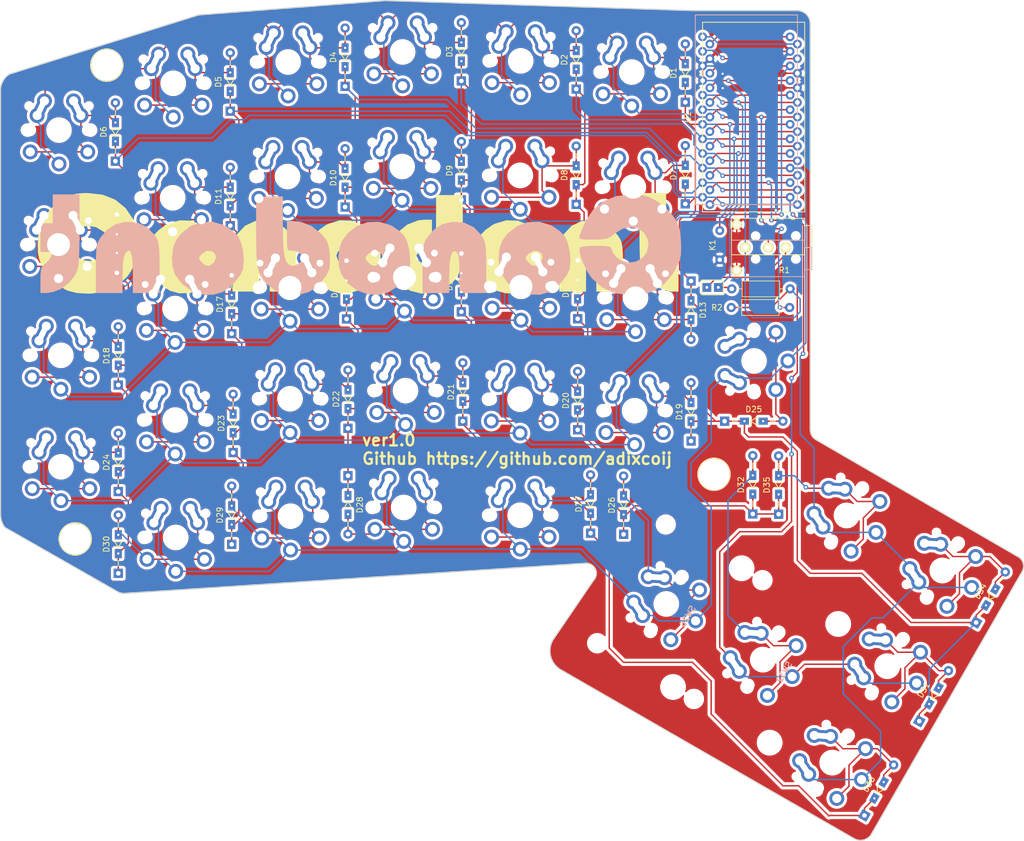
<source format=kicad_pcb>
(kicad_pcb (version 20221018) (generator pcbnew)
  (layers (0 "F.Cu" signal) (31 "B.Cu" signal) (34 "B.Paste" user) (35 "F.Paste" user) (36 "B.SilkS" user "B.Silkscreen") (37 "F.SilkS" user "F.Silkscreen") (38 "B.Mask" user) (39 "F.Mask" user) (44 "Edge.Cuts" user))
  (net 0 "")
  (net 1 "Net-(D1-Pad2)")
  (net 2 "col1")
  (net 3 "Net-(D2-Pad2)")
  (net 4 "col2")
  (net 5 "Net-(D3-Pad2)")
  (net 6 "col3")
  (net 7 "Net-(D4-Pad2)")
  (net 8 "col4")
  (net 9 "Net-(D5-Pad2)")
  (net 10 "col5")
  (net 11 "Net-(D6-Pad2)")
  (net 12 "col6")
  (net 13 "Net-(D7-Pad2)")
  (net 14 "Net-(D8-Pad2)")
  (net 15 "Net-(D9-Pad2)")
  (net 16 "Net-(D10-Pad2)")
  (net 17 "Net-(D11-Pad2)")
  (net 18 "Net-(D12-Pad2)")
  (net 19 "Net-(D13-Pad2)")
  (net 20 "Net-(D14-Pad2)")
  (net 21 "Net-(D15-Pad2)")
  (net 22 "Net-(D16-Pad2)")
  (net 23 "Net-(D17-Pad2)")
  (net 24 "Net-(D18-Pad2)")
  (net 25 "Net-(D19-Pad2)")
  (net 26 "Net-(D20-Pad2)")
  (net 27 "Net-(D21-Pad2)")
  (net 28 "Net-(D22-Pad2)")
  (net 29 "Net-(D23-Pad2)")
  (net 30 "Net-(D24-Pad2)")
  (net 31 "Net-(D25-Pad2)")
  (net 32 "Net-(D26-Pad2)")
  (net 33 "Net-(D27-Pad2)")
  (net 34 "Net-(D28-Pad2)")
  (net 35 "Net-(D29-Pad2)")
  (net 36 "Net-(D30-Pad2)")
  (net 37 "Net-(D31-Pad2)")
  (net 38 "Net-(D32-Pad2)")
  (net 39 "Net-(D34-Pad2)")
  (net 40 "Net-(D35-Pad2)")
  (net 41 "Net-(D36-Pad2)")
  (net 42 "+5V")
  (net 43 "Net-(U1-RST)")
  (net 44 "row1")
  (net 45 "row2")
  (net 46 "row3")
  (net 47 "row4")
  (net 48 "row5")
  (net 49 "row6")
  (net 50 "row7")
  (net 51 "VCC")
  (net 52 "unconnected-(U1-F4-Pad20)")
  (net 53 "unconnected-(U1-RAW-Pad24)")
  (net 54 "unconnected-(U1-TX-Pad1)")
  (net 55 "unconnected-(U1-RX-Pad2)")
  (net 56 "SCL")
  (net 57 "SDA")
  (net 58 "DATA")
  (footprint "programing_keyboard_parts.pretty:Diode_SMD_THT" (layer "F.Cu") (at 204 143.045 60)
    (fp_text reference "D31")
    (fp_text value "D")
  )
  (footprint "programing_keyboard_parts.pretty:Diode_SMD_THT" (layer "F.Cu") (at 175 106.955 90)
    (fp_text reference "D32")
    (fp_text value "D")
  )
  (footprint "programing_keed.pretty:key_switch" (layer "F.Cu") (at 94.4184 86.8918)
    (fp_text reference "SW22" hide)
    (fp_text value "SW_PUSH" hide)
  )
  (footprint "programing_keed.pretty:key_switch" (layer "F.Cu") (at 114.3468 65.7268)
    (fp_text reference "SW15" hide)
    (fp_text value "SW_PUSH" hide)
  )
  (footprint "programing_keed.pretty:key_switch" (layer "F.Cu") (at 191.337503 107.212391 60)
    (fp_text reference "SW35" hide)
    (fp_text value "SW_PUSH" hide)
  )
  (footprint "programing_keyboard_parts.pretty:Diode_SMD_THT" (layer "F.Cu") (at 164.25 66.385 -90)
    (fp_text reference "D13")
    (fp_text value "D")
  )
  (footprint "programing_keyboard_parts.pretty:Diode_SMD_THT" (layer "F.Cu") (at 104 53.495 90)
    (fp_text reference "D10")
    (fp_text value "D")
  )
  (footprint "programing_keyboard_parts.pretty:trrs_jack" (layer "F.Cu") (at 184 60.545 180)
    (fp_text reference "U2" hide)
    (fp_text value "~")
  )
  (footprint "programing_promicro.pretty:ProMicroReversible" (layer "F.Cu") (at 173.88 37.825 -90)
    (fp_text reference "U1")
    (fp_text value "ProMicro")
  )
  (footprint "programing_keyboard_parts.pretty:Diode_SMD_THT" (layer "F.Cu") (at 163.25 52.955 90)
    (fp_text reference "D7")
    (fp_text value "D")
  )
  (footprint "programing_keed.pretty:key_switch" (layer "F.Cu") (at 114.0216 26.495)
    (fp_text reference "SW3" hide)
    (fp_text value "SW_PUSH" hide)
  )
  (footprint "programing_keyboard_parts.pretty:hole" (layer "F.Cu") (at 57 111.295)
    (fp_text reference "U3")
    (fp_text value "HOLE")
  )
  (footprint "programing_keed.pretty:key_switch" (layer "F.Cu") (at 154.5768 69.3118)
    (fp_text reference "SW13" hide)
    (fp_text value "SW_PUSH" hide)
  )
  (footprint "programing_keyboard_parts.pretty:Diode_SMD_THT" (layer "F.Cu") (at 124.25 31.545 90)
    (fp_text reference "D3")
    (fp_text value "D")
  )
  (footprint "programing_keed.pretty:key_switch" (layer "F.Cu") (at 134.5 47.995)
    (fp_text reference "SW8" hide)
    (fp_text value "SW_PUSH" hide)
  )
  (footprint "programing_keyboard_parts.pretty:Diode_SMD_THT" (layer "F.Cu") (at 84.5 96.255 90)
    (fp_text reference "D23")
    (fp_text value "D")
  )
  (footprint "programing_keed.pretty:key_switch" (layer "F.Cu") (at 134.5916 28.0466)
    (fp_text reference "SW2" hide)
    (fp_text value "SW_PUSH" hide)
  )
  (footprint "programing_keed.pretty:key_switch" (layer "F.Cu") (at 74.5 111.045)
    (fp_text reference "SW30" hide)
    (fp_text value "SW_PUSH" hide)
  )
  (footprint "programing_keed.pretty:key_switch_200" (layer "F.Cu") (at 176.76 132.322391 60)
    (fp_text reference "SW32")
    (fp_text value "SW_PUSH" hide)
  )
  (footprint "Resistor_THT:R_Axial_DIN0207_L6.3mm_D2.5mm_P10.16mm_Horizontal" (layer "F.Cu") (at 171.25 71)
    (fp_text reference "R2")
    (fp_text value "R")
  )
  (footprint "programing_keed.pretty:key_switch" (layer "F.Cu") (at 188.8384 150.261209 60)
    (fp_text reference "SW36" hide)
    (fp_text value "SW_PUSH" hide)
  )
  (footprint "programing_keyboard_parts.pretty:Diode_SMD_THT" (layer "F.Cu") (at 163.25 35.255 90)
    (fp_text reference "D1")
    (fp_text value "D")
  )
  (footprint "programing_keyboard_parts.pretty:Diode_SMD_THT" (layer "F.Cu") (at 64 45.505 90)
    (fp_text reference "D6")
    (fp_text value "D")
  )
  (footprint "programing_keyboard_parts.pretty:Diode_SMD_THT" (layer "F.Cu") (at 84 56.745 90)
    (fp_text reference "D11")
    (fp_text value "D")
  )
  (footprint "programing_keyboard_parts.pretty:hole" (layer "F.Cu") (at 168.25 100.045)
    (fp_text reference "U5")
    (fp_text value "HOLE")
  )
  (footprint "programing_keed.pretty:key_switch" (layer "F.Cu") (at 153.9184 29.995)
    (fp_text reference "SW1" hide)
    (fp_text value "SW_PUSH" hide)
  )
  (footprint "programing_keed.pretty:key_switch" (layer "F.Cu") (at 208.016662 116.802887 60)
    (fp_text reference "SW34" hide)
    (fp_text value "SW_PUSH" hide)
  )
  (footprint "programing_keed.pretty:key_switch_150" (layer "F.Cu") (at 175.22 80.3018 90)
    (fp_text reference "SW25" hide)
    (fp_text value "SW_PUSH" hide)
  )
  (footprint "programing_keyboard_parts.pretty:Diode_SMD_THT" (layer "F.Cu") (at 144.5 92.295 90)
    (fp_text reference "D20")
    (fp_text value "D")
  )
  (footprint "programing_keyboard_parts.pretty:Diode_SMD_THT" (layer "F.Cu") (at 124.25 71.745 90)
    (fp_text reference "D15")
    (fp_text value "D")
  )
  (footprint "programing_keed.pretty:key_switch" (layer "F.Cu") (at 154.4184 88.9718)
    (fp_text reference "SW19" hide)
    (fp_text value "SW_PUSH" hide)
  )
  (footprint "programing_keed.pretty:key_switch" (layer "F.Cu") (at 74.0732 31.9482)
    (fp_text reference "SW5" hide)
    (fp_text value "SW_PUSH" hide)
  )
  (footprint "programing_keed.pretty:key_switch" (layer "F.Cu") (at 54.5216 98.745)
    (fp_text reference "SW24" hide)
    (fp_text value "SW_PUSH" hide)
  )
  (footprint "programing_keyboard_parts.pretty:Diode_SMD_THT" (layer "F.Cu") (at 104.5 100.295 -90)
    (fp_text reference "D28")
    (fp_text value "D")
  )
  (footprint "programing_keyboard_parts.pretty:Diode_SMD_THT" (layer "F.Cu") (at 64.25 64.955 90)
    (fp_text reference "D12")
    (fp_text value "D")
  )
  (footprint "programing_keyboard_parts.pretty:Diode_SMD_THT" (layer "F.Cu") (at 194.45 159.46173 60)
    (fp_text reference "D36")
    (fp_text value "D")
  )
  (footprint "programing_keyboard_parts.pretty:Diode_SMD_THT" (layer "F.Cu") (at 124.5 90.795 90)
    (fp_text reference "D21")
    (fp_text value "D")
  )
  (footprint "programing_keed.pretty:key_switch" (layer "F.Cu") (at 94.0732 28.245)
    (fp_text reference "SW4" hide)
    (fp_text value "SW_PUSH" hide)
  )
  (footprint "programing_keyboard_parts.pretty:Diode_SMD_THT" (layer "F.Cu") (at 146.75 110.295 90)
    (fp_text reference "D27")
    (fp_text value "D")
  )
  (footprint "programing_keed.pretty:key_switch" (layer "F.Cu") (at 74.4184 90.595)
    (fp_text reference "SW23" hide)
    (fp_text value "SW_PUSH" hide)
  )
  (footprint "programing_keyboard_parts.pretty:Diode_SMD_THT" (layer "F.Cu") (at 152.5 110.505 90)
    (fp_text reference "D26")
    (fp_text value "D")
  )
  (footprint "Resistor_THT:R_Axial_DIN0207_L6.3mm_D2.5mm_P10.16mm_Horizontal" (layer "F.Cu") (at 181.5 67.75 180)
    (fp_text reference "R1")
    (fp_text value "R")
  )
  (footprint "programing_keyboard_parts.pretty:Diode_SMD_THT" (layer "F.Cu") (at 104.25 72.995 90)
    (fp_text reference "D16")
    (fp_text value "D")
  )
  (footprint "programing_keyboard_parts.pretty:Diode_SMD_THT" (layer "F.Cu") (at 179.5 106.995 90)
    (fp_text reference "D35")
    (fp_text value "D")
  )
  (footprint "programing_keyboard_parts.pretty:Diode_SMD_THT" (layer "F.Cu") (at 170.09 90.795)
    (fp_text reference "D25")
    (fp_text value "D")
  )
  (footprint "programing_keyboard_parts.pretty:Diode_SMD_THT" (layer "F.Cu") (at 124.25 52.255 90)
    (fp_text reference "D9")
    (fp_text value "D")
  )
  (footprint "programing_keyboard_parts.pretty:Diode_SMD_THT" (layer "F.Cu") (at 144.5 72.955 90)
    (fp_text reference "D14")
    (fp_text value "D")
  )
  (footprint "programing_keed.pretty:key_switch" (layer "F.Cu") (at 114.5216 85.4718)
    (fp_text reference "SW21" hide)
    (fp_text value "SW_PUSH" hide)
  )
  (footprint "programing_keed.pretty:key_switch" (layer "F.Cu") (at 54.0848 60.0466)
    (fp_text reference "SW12" hide)
    (fp_text value "SW_PUSH" hide)
  )
  (footprint "programing_keed.pretty:key_switch" (layer "F.Cu") (at 93.9816 48.1934)
    (fp_text reference "SW10" hide)
    (fp_text value "SW_PUSH" hide)
  )
  (footprint "programing_keed.pretty:key_switch" (layer "F.Cu") (at 134.6284 67.3118)
    (fp_text reference "SW14" hide)
    (fp_text value "SW_PUSH" hide)
  )
  (footprint "programing_keed.pretty:key_switch" (layer "F.Cu") (at 94.5 107.3418)
    (fp_text reference "SW29" hide)
    (fp_text value "SW_PUSH" hide)
  )
  (footprint "programing_keed.pretty:key_switch" (layer "F.Cu") (at 54.1764 40.0982)
    (fp_text reference "SW6" hide)
    (fp_text value "SW_PUSH" hide)
  )
  (footprint "programing_keed.pretty:key_switch" (layer "F.Cu") (at 134.47 86.9718)
    (fp_text reference "SW20" hide)
    (fp_text value "SW_PUSH" hide)
  )
  (footprint "programing_keyboard_parts.pretty:Diode_SMD_THT" (layer "F.Cu") (at 213.895 125.85603 60)
    (fp_text reference "D34")
    (fp_text value "D")
  )
  (footprint "programing_keed.pretty:key_switch" (layer "F.Cu") (at 154.18 50.0518)
    (fp_text reference "SW7" hide)
    (fp_text value "SW_PUSH" hide)
  )
  (footprint "programing_keyboard_parts.pretty:Diode_SMD_THT" (layer "F.Cu") (at 64.5 117.295 90)
    (fp_text reference "D30")
    (fp_text value "D")
  )
  (footprint "programing_keyboard_parts.pretty:Diode_SMD_THT" (layer "F.Cu") (at 104.5 92.045 90)
    (fp_text reference "D22")
    (fp_text value "D")
  )
  (footprint "programing_keed.pretty:key_switch" (layer "F.Cu") (at 114.21 105.8218)
    (fp_text reference "SW28" hide)
    (fp_text value "SW_PUSH" hide)
  )
  (footprint "programing_keyboard_parts.pretty:Diode_SMD_THT" (layer "F.Cu") (at 104 32.495 90)
    (fp_text reference "D4")
    (fp_text value "D")
  )
  (footprint "programing_keyboard_parts.pretty:Diode_SMD_THT" (layer "F.Cu") (at 164.25 94.255 90)
    (fp_text reference "D19")
    (fp_text value "D")
  )
  (footprint "programing_keed.pretty:key_switch" (layer "F.Cu") (at 198.4184 133.462391 60)
    (fp_text reference "SW31" hide)
    (fp_text value "SW_PUSH" hide)
  )
  (footprint "programing_keed.pretty:key_switch" (layer "F.Cu") (at 94.3984 67.4768)
    (fp_text reference "SW16" hide)
    (fp_text value "SW_PUSH" hide)
  )
  (footprint "programing_keyboard_parts.pretty:tact_switch" (layer "F.Cu") (at 169.25 60.145 90)
    (fp_text reference "K1")
    (fp_text value "KEYSW")
  )
  (footprint "programing_keyboard_parts.pretty:Diode_SMD_THT" (layer "F.Cu") (at 84 36.795 90)
    (fp_text reference "D5")
    (fp_text value "D")
  )
  (footprint "programing_keyboard_parts.pretty:Diode_SMD_THT" (layer "F.Cu") (at 64.5 103.045 90)
    (fp_text reference "D24")
    (fp_text value "D")
  )
  (footprint "programing_icon:icon2" (layer "F.Cu") (at 106.25 60)
    (fp_text reference "G***")
    (fp_text value "LOGO" hide)
  )
  (footprint "programing_keyboard_parts.pretty:Diode_SMD_THT" (layer "F.Cu") (at 84.25 75.545 90)
    (fp_text reference "D17")
    (fp_text value "D")
  )
  (footprint "programing_keed.pretty:key_switch_200" (layer "F.Cu") (at 159.93 122.621209 60)
    (fp_text reference "SW26")
    (fp_text value "SW_PUSH" hide)
  )
  (footprint "programing_keed.pretty:key_switch" (layer "F.Cu") (at 54.5016 79.33)
    (fp_text reference "SW18" hide)
    (fp_text value "SW_PUSH" hide)
  )
  (footprint "programing_keyboard_parts.pretty:Diode_SMD_THT" (layer "F.Cu") (at 144.25 32.955 90)
    (fp_text reference "D2")
    (fp_text value "D")
  )
  (footprint "programing_keyboard_parts.pretty:Diode_SMD_THT" (layer "F.Cu") (at 144.25 53.045 90)
    (fp_text reference "D8")
    (fp_text value "D")
  )
  (footprint "programing_keyboard_parts.pretty:Diode_SMD_THT" (layer "F.Cu") (at 84.25 112.245 90)
    (fp_text reference "D29")
    (fp_text value "D")
  )
  (footprint "programing_keyboard_parts.pretty:hole" (layer "F.Cu") (at 62.5 28.795 90)
    (fp_text reference "U4")
    (fp_text value "HOLE")
  )
  (footprint "programing_keed.pretty:key_switch" (layer "F.Cu") (at 73.9816 51.8966)
    (fp_text reference "SW11" hide)
    (fp_text value "SW_PUSH" hide)
  )
  (footprint "programing_keyboard_parts.pretty:jumper_smd_2dub" (layer "F.Cu") (at 168 67.5)
    (fp_text reference "W1" hide)
    (fp_text value "jumper_smd")
  )
  (footprint "programing_keyboard_parts.pretty:Diode_SMD_THT" (layer "F.Cu") (at 64.5 84.495 90)
    (fp_text reference "D18")
    (fp_text value "D")
  )
  (footprint "programing_keed.pretty:key_switch" (layer "F.Cu") (at 134.5 107.1718)
    (fp_text reference "SW27" hide)
    (fp_text value "SW_PUSH" hide)
  )
  (footprint "programing_keed.pretty:key_switch" (layer "F.Cu") (at 113.93 46.4434)
    (fp_text reference "SW9" hide)
    (fp_text value "SW_PUSH" hide)
  )
  (footprint "programing_keed.pretty:key_switch" (layer "F.Cu") (at 74.3984 71.18)
    (fp_text reference "SW17" hide)
    (fp_text value "SW_PUSH" hide)
  )
  (footprint "programing_icon:icon2" (layer "B.Cu") (at 106.75 60.25 180)
    (fp_text reference "G***")
    (fp_text value "LOGO" hide)
  )
  (gr_arc (start 65.5 120.795) (mid 64.983056 120.73481) (end 64.493769 120.557461) (stroke (width 0.2)) (layer "Edge.Cuts"))
  (gr_line (start 78.5 20.045) (end 111 17.545) (stroke (width 0.2)) (layer "Edge.Cuts"))
  (gr_line (start 221.952938 116.896469) (end 195.75 162.545) (stroke (width 0.2)) (layer "Edge.Cuts"))
  (gr_line (start 111 17.545) (end 164.75 19.295) (stroke (width 0.2)) (layer "Edge.Cuts"))
  (gr_line (start 44 32.795) (end 44 107.045) (stroke (width 0.2)) (layer "Edge.Cuts"))
  (gr_line (start 45.538839 30.353259) (end 78.5 20.045) (stroke (width 0.2)) (layer "Edge.Cuts"))
  (gr_line (start 140.149877 128.96766) (end 147.25 118.545) (stroke (width 0.2)) (layer "Edge.Cuts"))
  (gr_line (start 44.75 109.295) (end 64.493769 120.557461) (stroke (width 0.2)) (layer "Edge.Cuts"))
  (gr_arc (start 44.75 109.295) (mid 44.192438 108.230854) (end 44 107.045) (stroke (width 0.2)) (layer "Edge.Cuts"))
  (gr_line (start 164.75 19.295) (end 182.75 19.295) (stroke (width 0.2)) (layer "Edge.Cuts"))
  (gr_line (start 186.007722 94.031486) (end 221 114.295) (stroke (width 0.2)) (layer "Edge.Cuts"))
  (gr_arc (start 145.75 115.545001) (mid 147.581137 116.504431) (end 147.249999 118.544999) (stroke (width 0.2)) (layer "Edge.Cuts"))
  (gr_line (start 185 21.545) (end 185 92.295) (stroke (width 0.2)) (layer "Edge.Cuts"))
  (gr_line (start 145.75 115.545001) (end 65.5 120.795) (stroke (width 0.2)) (layer "Edge.Cuts"))
  (gr_arc (start 186.007722 94.031486) (mid 185.27018 93.298853) (end 185 92.295) (stroke (width 0.2)) (layer "Edge.Cuts"))
  (gr_line (start 192.6406 163.48645) (end 141.5 134.045) (stroke (width 0.2)) (layer "Edge.Cuts"))
  (gr_arc (start 195.749999 162.545) (mid 194.397977 163.685122) (end 192.6406 163.48645) (stroke (width 0.2)) (layer "Edge.Cuts"))
  (gr_arc (start 44.000001 32.795) (mid 44.508915 31.409953) (end 45.538839 30.353259) (stroke (width 0.2)) (layer "Edge.Cuts"))
  (gr_arc (start 182.75 19.295) (mid 184.34099 19.95401) (end 185 21.545) (stroke (width 0.2)) (layer "Edge.Cuts"))
  (gr_arc (start 141.5 134.045) (mid 139.812074 131.775662) (end 140.149877 128.96766) (stroke (width 0.2)) (layer "Edge.Cuts"))
  (gr_arc (start 221 114.295) (mid 222.037774 115.390124) (end 221.952938 116.896469) (stroke (width 0.2)) (layer "Edge.Cuts"))
  (gr_text "ver1.0\nGithub https://github.com/adixcoij" (at 106.75 98.5) (layer "F.SilkS") (effects (font (size 2 2) (thickness 0.4) bold) (justify left bottom)))
  (segment (start 163.25 25.095) (end 163.25 28.545) (width 0.25) (layer "F.Cu") (net 1))
  (segment (start 163.25 28.545) (end 162.16 27.455) (width 0.25) (layer "F.Cu") (net 1))
  (segment (start 157.7284 27.455) (end 157.7284 32.605) (width 0.25) (layer "F.Cu") (net 1))
  (segment (start 162.16 27.455) (end 157.7284 27.455) (width 0.25) (layer "F.Cu") (net 1))
  (segment (start 157.7284 32.605) (end 158.9184 33.795) (width 0.25) (layer "F.Cu") (net 1))
  (segment (start 158.9184 33.795) (end 148.9184 33.795) (width 0.25) (layer "F.Cu") (net 1))
  (segment (start 164.25 69.835) (end 166.5 72.085) (width 0.25) (layer "F.Cu") (net 2))
  (segment (start 182.75 96.045) (end 180.25 93.545) (width 0.25) (layer "F.Cu") (net 2))
  (segment (start 165 51.795) (end 163.84 52.955) (width 0.25) (layer "F.Cu") (net 2))
  (segment (start 165 54.295) (end 164 55.295) (width 0.25) (layer "F.Cu") (net 2))
  (segment (start 164.05 39.095) (end 165 40.045) (width 0.25) (layer "F.Cu") (net 2))
  (segment (start 182.75 115.045) (end 182.75 96.045) (width 0.25) (layer "F.Cu") (net 2))
  (segment (start 163.25 35.255) (end 163.25 31.805) (width 0.25) (layer "F.Cu") (net 2))
  (segment (start 165 40.045) (end 165 51.795) (width 0.25) (layer "F.Cu") (net 2))
  (segment (start 163.25 35.255) (end 163.25 38.295) (width 0.25) (layer "F.Cu") (net 2))
  (segment (start 185 117.295) (end 182.75 115.045) (width 0.25) (layer "F.Cu") (net 2))
  (segment (start 202.56103 125.85603) (end 194 117.295) (width 0.25) (layer "F.Cu") (net 2))
  (segment (start 164 55.295) (end 162.75 55.295) (width 0.25) (layer "F.Cu") (net 2))
  (segment (start 163.84 52.955) (end 163.25 52.955) (width 0.25) (layer "F.Cu") (net 2))
  (segment (start 165 51.795) (end 165 54.295) (width 0.25) (layer "F.Cu") (net 2))
  (segment (start 194 117.295) (end 185 117.295) (width 0.25) (layer "F.Cu") (net 2))
  (segment (start 164.25 90.805) (end 164.25 94.255) (width 0.25) (layer "F.Cu") (net 2))
  (segment (start 168.49 90.805) (end 164.25 90.805) (width 0.25) (layer "F.Cu") (net 2))
  (segment (start 163.25 38.295) (end 164.05 39.095) (width 0.25) (layer "F.Cu") (net 2))
  (segment (start 170.09 90.795) (end 173.54 90.795) (width 0.25) (layer "F.Cu") (net 2))
  (segment (start 182.77 40.365) (end 169.82 40.365) (width 0.25) (layer "F.Cu") (net 2))
  (segment (start 164.05 39.095) (end 166.26 39.095) (width 0.25) (layer "F.Cu") (net 2))
  (segment (start 174.25 93.545) (end 173.54 92.835) (width 0.25) (layer "F.Cu") (net 2))
  (segment (start 166.5 72.085) (end 166.5 88.795) (width 0.25) (layer "F.Cu") (net 2))
  (segment (start 204 141.782212) (end 205.725 140.057212) (width 0.25) (layer "F.Cu") (net 2))
  (segment (start 173.54 92.835) (end 173.54 90.795) (width 0.25) (layer "F.Cu") (net 2))
  (segment (start 163.25 49.505) (end 163.25 52.955) (width 0.25) (layer "F.Cu") (net 2))
  (segment (start 162.25 64.385) (end 164.25 66.385) (width 0.25) (layer "F.Cu") (net 2))
  (segment (start 166.5 88.795) (end 168.5 90.795) (width 0.25) (layer "F.Cu") (net 2))
  (segment (start 168.5 90.795) (end 168.49 90.805) (width 0.25) (layer "F.Cu") (net 2))
  (segment (start 162.75 55.295) (end 162.25 55.795) (width 0.25) (layer "F.Cu") (net 2))
  (segment (start 213.895 125.85603) (end 202.56103 125.85603) (width 0.25) (layer "F.Cu") (net 2))
  (segment (start 213.895 124.593242) (end 215.62 122.868242) (width 0.25) (layer "F.Cu") (net 2))
  (segment (start 164.25 69.835) (end 164.25 66.385) (width 0.25) (layer "F.Cu") (net 2))
  (segment (start 168.5 90.795) (end 170.09 90.795) (width 0.25) (layer "F.Cu") (net 2))
  (segment (start 204 143.045) (end 204 141.782212) (width 0.25) (layer "F.Cu") (net 2))
  (segment (start 169.82 40.365) (end 169.75 40.295) (width 0.25) (layer "F.Cu") (net 2))
  (segment (start 180.25 93.545) (end 174.25 93.545) (width 0.25) (layer "F.Cu") (net 2))
  (segment (start 162.25 55.795) (end 162.25 64.385) (width 0.25) (layer "F.Cu") (net 2))
  (segment (start 213.895 125.85603) (end 213.895 124.593242) (width 0.25) (layer "F.Cu") (net 2))
  (via (at 169.75 40.295) (size 0.8) (drill 0.4) (layers "F.Cu" "B.Cu") (net 2))
  (segment (start 168.55 39.095) (end 166.26 39.095) (width 0.25) (layer "B.Cu") (net 2))
  (segment (start 205.725 134.02603) (end 205.725 140.057212) (width 0.25) (layer "B.Cu") (net 2))
  (segment (start 169.75 40.295) (end 168.55 39.095) (width 0.25) (layer "B.Cu") (net 2))
  (segment (start 213.895 125.85603) (end 205.725 134.02603) (width 0.25) (layer "B.Cu") (net 2))
  (segment (start 139.5916 31.8466) (end 129.5916 31.8466) (width 0.25) (layer "F.Cu") (net 3))
  (segment (start 138.4016 30.6566) (end 139.5916 31.8466) (width 0.25) (layer "F.Cu") (net 3))
  (segment (start 144.25 26.245) (end 139.14 26.245) (width 0.25) (layer "F.Cu") (net 3))
  (segment (start 138.4016 25.5066) (end 138.4016 30.6566) (width 0.25) (layer "F.Cu") (net 3))
  (segment (start 144.25 26.245) (end 144.25 22.795) (width 0.25) (layer "F.Cu") (net 3))
  (segment (start 139.14 26.245) (end 138.4016 25.5066) (width 0.25) (layer "F.Cu") (net 3))
  (segment (start 175 106.955) (end 173.59 105.545) (width 0.25) (layer "F.Cu") (net 4))
  (segment (start 144.25 49.595) (end 144.25 53.045) (width 0.25) (layer "F.Cu") (net 4))
  (segment (start 144.5 88.845) (end 144.5 92.295) (width 0.25) (layer "F.Cu") (net 4))
  (segment (start 144.5 92.295) (end 149.75 97.545) (width 0.25) (layer "F.Cu") (net 4))
  (segment (start 175 103.505) (end 175 106.955) (width 0.25) (layer "F.Cu") (net 4))
  (segment (start 145.2 88.845) (end 144.5 88.845) (width 0.25) (layer "F.Cu") (net 4))
  (segment (start 145.75 49.295) (end 145.45 49.595) (width 0.25) (layer "F.Cu") (net 4))
  (segment (start 175 106.955) (end 179.46 106.955) (width 0.25) (layer "F.Cu") (net 4))
  (segment (start 152.99 107.055) (end 152.5 107.055) (width 0.25) (layer "F.Cu") (net 4))
  (segment (start 182.77 42.905) (end 169.86 42.905) (width 0.25) (layer "F.Cu") (net 4))
  (segment (start 144.25 32.955) (end 144.25 29.505) (width 0.25) (layer "F.Cu") (net 4))
  (segment (start 144.25 32.955) (end 145.75 34.455) (width 0.25) (layer "F.Cu") (net 4))
  (segment (start 152.5 110.505) (end 152.5 107.055) (width 0.25) (layer "F.Cu") (net 4))
  (segment (start 144.5 72.955) (end 146.25 74.705) (width 0.25) (layer "F.Cu") (net 4))
  (segment (start 149.75 97.545) (end 149.75 104.305) (width 0.25) (layer "F.Cu") (net 4))
  (segment (start 169.86 42.905) (end 169.75 42.795) (width 0.25) (layer "F.Cu") (net 4))
  (segment (start 145.45 49.595) (end 144.25 49.595) (width 0.25) (layer "F.Cu") (net 4))
  (segment (start 154.5 105.545) (end 152.99 107.055) (width 0.25) (layer "F.Cu") (net 4))
  (segment (start 149.75 104.305) (end 152.5 107.055) (width 0.25) (layer "F.Cu") (net 4))
  (segment (start 146.25 74.705) (end 146.25 87.795) (width 0.25) (layer "F.Cu") (net 4))
  (segment (start 144.25 53.045) (end 145.625 54.42) (width 0.25) (layer "F.Cu") (net 4))
  (segment (start 145.75 34.455) (end 145.75 49.295) (width 0.25) (layer "F.Cu") (net 4))
  (segment (start 145.625 68.38) (end 144.5 69.505) (width 0.25) (layer "F.Cu") (net 4))
  (segment (start 146.25 87.795) (end 145.2 88.845) (width 0.25) (layer "F.Cu") (net 4))
  (segment (start 145.625 54.42) (end 145.625 68.38) (width 0.25) (layer "F.Cu") (net 4))
  (segment (start 144.5 69.505) (end 144.5 72.955) (width 0.25) (layer "F.Cu") (net 4))
  (segment (start 179.5 103.545) (end 179.5 106.995) (width 0.25) (layer "F.Cu") (net 4))
  (segment (start 179.46 106.955) (end 179.5 106.995) (width 0.25) (layer "F.Cu") (net 4))
  (segment (start 173.59 105.545) (end 154.5 105.545) (width 0.25) (layer "F.Cu") (net 4))
  (via (at 169.75 42.795) (size 0.8) (drill 0.4) (layers "F.Cu" "B.Cu") (net 4))
  (segment (start 162.92 38.295) (end 166.26 41.635) (width 0.25) (layer "B.Cu") (net 4))
  (segment (start 144.25 36.545) (end 146 38.295) (width 0.25) (layer "B.Cu") (net 4))
  (segment (start 168.59 41.635) (end 166.26 41.635) (width 0.25) (layer "B.Cu") (net 4))
  (segment (start 169.75 42.795) (end 168.59 41.635) (width 0.25) (layer "B.Cu") (net 4))
  (segment (start 146 38.295) (end 162.92 38.295) (width 0.25) (layer "B.Cu") (net 4))
  (segment (start 144.25 32.955) (end 144.25 36.545) (width 0.25) (layer "B.Cu") (net 4))
  (segment (start 119.0216 30.295) (end 109.0216 30.295) (width 0.25) (layer "F.Cu") (net 5))
  (segment (start 124.25 24.835) (end 118.7116 24.835) (width 0.25) (layer "F.Cu") (net 5))
  (segment (start 117.8316 23.955) (end 117.8316 29.105) (width 0.25) (layer "F.Cu") (net 5))
  (segment (start 124.25 24.835) (end 124.25 21.385) (width 0.25) (layer "F.Cu") (net 5))
  (segment (start 117.8316 29.105) (end 119.0216 30.295) (width 0.25) (layer "F.Cu") (net 5))
  (segment (start 118.7116 24.835) (end 117.8316 23.955) (width 0.25) (layer "F.Cu") (net 5))
  (segment (start 188.33327 159.46173) (end 188.25 159.545) (width 0.25) (layer "F.Cu") (net 6))
  (segment (start 182.77 45.445) (end 169.85 45.445) (width 0.25) (layer "F.Cu") (net 6))
  (segment (start 164.5 132.795) (end 152.5 132.795) (width 0.25) (layer "F.Cu") (net 6))
  (segment (start 124.25 71.745) (end 126 73.495) (width 0.25) (layer "F.Cu") (net 6))
  (segment (start 126 33.295) (end 126 48.295) (width 0.25) (layer "F.Cu") (net 6))
  (segment (start 142.75 97.045) (end 143.75 98.045) (width 0.25) (layer "F.Cu") (net 6))
  (segment (start 125.75 53.755) (end 125.75 67.795) (width 0.25) (layer "F.Cu") (net 6))
  (segment (start 126 73.495) (end 126 86.795) (width 0.25) (layer "F.Cu") (net 6))
  (segment (start 125.49 48.805) (end 124.25 48.805) (width 0.25) (layer "F.Cu") (net 6))
  (segment (start 150 113.545) (end 146.75 110.295) (width 0.25) (layer "F.Cu") (net 6))
  (segment (start 167.75 136.045) (end 164.5 132.795) (width 0.25) (layer "F.Cu") (net 6))
  (segment (start 124.5 90.795) (end 124.5 91.295) (width 0.25) (layer "F.Cu") (net 6))
  (segment (start 124.25 48.805) (end 124.25 52.255) (width 0.25) (layer "F.Cu") (net 6))
  (segment (start 180.25 154.295) (end 167.75 141.795) (width 0.25) (layer "F.Cu") (net 6))
  (segment (start 125.25 68.295) (end 124.25 68.295) (width 0.25) (layer "F.Cu") (net 6))
  (segment (start 152.5 132.795) (end 150 130.295) (width 0.25) (layer "F.Cu") (net 6))
  (segment (start 146.75 106.845) (end 146.75 110.295) (width 0.25) (layer "F.Cu") (net 6))
  (segment (start 124.5 87.345) (end 124.5 90.795) (width 0.25) (layer "F.Cu") (net 6))
  (segment (start 194.45 158.198942) (end 196.175 156.473942) (width 0.25) (layer "F.Cu") (net 6))
  (segment (start 143.75 103.845) (end 146.75 106.845) (width 0.25) (layer "F.Cu") (net 6))
  (segment (start 125.45 87.345) (end 124.5 87.345) (width 0.25) (layer "F.Cu") (net 6))
  (segment (start 188.25 159.545) (end 183 154.295) (width 0.25) (layer "F.Cu") (net 6))
  (segment (start 150 130.295) (end 150 113.545) (width 0.25) (layer "F.Cu") (net 6))
  (segment (start 124.25 52.255) (end 125.75 53.755) (width 0.25) (layer "F.Cu") (net 6))
  (segment (start 194.45 159.46173) (end 188.33327 159.46173) (width 0.25) (layer "F.Cu") (net 6))
  (segment (start 126 48.295) (end 125.49 48.805) (width 0.25) (layer "F.Cu") (net 6))
  (segment (start 169.85 45.445) (end 169.75 45.545) (width 0.25) (layer "F.Cu") (net 6))
  (segment (start 124.25 31.545) (end 126 33.295) (width 0.25) (layer "F.Cu") (net 6))
  (segment (start 183 154.295) (end 180.25 154.295) (width 0.25) (layer "F.Cu") (net 6))
  (segment (start 125.75 67.795) (end 125.25 68.295) (width 0.25) (layer "F.Cu") (net 6))
  (segment (start 130.25 97.045) (end 142.75 97.045) (width 0.25) (layer "F.Cu") (net 6))
  (segment (start 167.75 141.795) (end 167.75 136.045) (width 0.25) (layer "F.Cu") (net 6))
  (segment (start 124.25 31.545) (end 124.25 28.095) (width 0.25) (layer "F.Cu") (net 6))
  (segment (start 124.25 71.745) (end 124.25 68.295) (width 0.25) (layer "F.Cu") (net 6))
  (segment (start 126 86.795) (end 125.45 87.345) (width 0.25) (layer "F.Cu") (net 6))
  (segment (start 124.5 91.295) (end 130.25 97.045) (width 0.25) (layer "F.Cu") (net 6))
  (segment (start 194.45 159.46173) (end 194.45 158.198942) (width 0.25) (layer "F.Cu") (net 6))
  (segment (start 143.75 98.045) (end 143.75 103.845) (width 0.25) (layer "F.Cu") (net 6))
  (via (at 169.75 45.545) (size 0.8) (drill 0.4) (layers "F.Cu" "B.Cu") (net 6))
  (segment (start 164.75 42.665) (end 166.26 44.175) (width 0.25) (layer "B.Cu") (net 6))
  (segment (start 127.75 39.045) (end 162.75 39.045) (width 0.25) (layer "B.Cu") (net 6))
  (segment (start 162.75 39.045) (end 164.75 41.045) (width 0.25) (layer "B.Cu") (net 6))
  (segment (start 124.25 35.545) (end 127.75 39.045) (width 0.25) (layer "B.Cu") (net 6))
  (segment (start 164.75 41.045) (end 164.75 42.665) (width 0.25) (layer "B.Cu") (net 6))
  (segment (start 124.25 31.545) (end 124.25 35.545) (width 0.25) (layer "B.Cu") (net 6))
  (segment (start 169.75 45.545) (end 168.38 44.175) (width 0.25) (layer "B.Cu") (net 6))
  (segment (start 168.38 44.175) (end 166.26 44.175) (width 0.25) (layer "B.Cu") (net 6))
  (segment (start 97.8832 30.855) (end 99.0732 32.045) (width 0.25) (layer "F.Cu") (net 7))
  (segment (start 97.9632 25.785) (end 97.8832 25.705) (width 0.25) (layer "F.Cu") (net 7))
  (segment (start 97.8832 25.705) (end 97.8832 30.855) (width 0.25) (layer "F.Cu") (net 7))
  (segment (start 99.0732 32.045) (end 89.0732 32.045) (width 0.25) (layer "F.Cu") (net 7))
  (segment (start 104 25.785) (end 97.9632 25.785) (width 0.25) (layer "F.Cu") (net 7))
  (segment (start 104 25.785) (end 104 22.335) (width 0.25) (layer "F.Cu") (net 7))
  (segment (start 104.5 88.595) (end 104.5 92.045) (width 0.25) (layer "F.Cu") (net 8))
  (segment (start 104 50.045) (end 104 53.495) (width 0.25) (layer "F.Cu") (net 8))
  (segment (start 106.25 88.045) (end 105.7 88.595) (width 0.25) (layer "F.Cu") (net 8))
  (segment (start 104 53.495) (end 106 55.495) (width 0.25) (layer "F.Cu") (net 8))
  (segment (start 169.81 47.985) (end 169.75 48.045) (width 0.25) (layer "F.Cu") (net 8))
  (segment (start 104.25 69.545) (end 104.25 72.995) (width 0.25) (layer "F.Cu") (net 8))
  (segment (start 104 29.045) (end 104 32.495) (width 0.25) (layer "F.Cu") (net 8))
  (segment (start 105 69.545) (end 104.25 69.545) (width 0.25) (layer "F.Cu") (net 8))
  (segment (start 104.5 103.745) (end 104.5 100.295) (width 0.25) (layer "F.Cu") (net 8))
  (segment (start 106 55.495) (end 106 68.545) (width 0.25) (layer "F.Cu") (net 8))
  (segment (start 105.75 34.245) (end 105.75 49.795) (width 0.25) (layer "F.Cu") (net 8))
  (segment (start 104 32.495) (end 105.75 34.245) (width 0.25) (layer "F.Cu") (net 8))
  (segment (start 105.5 50.045) (end 104 50.045) (width 0.25) (layer "F.Cu") (net 8))
  (segment (start 182.77 47.985) (end 169.81 47.985) (width 0.25) (layer "F.Cu") (net 8))
  (segment (start 106 68.545) (end 105 69.545) (width 0.25) (layer "F.Cu") (net 8))
  (segment (start 104.5 92.045) (end 104.5 100.295) (width 0.25) (layer "F.Cu") (net 8))
  (segment (start 105.75 49.795) (end 105.5 50.045) (width 0.25) (layer "F.Cu") (net 8))
  (segment (start 104.25 72.995) (end 106.25 74.995) (width 0.25) (layer "F.Cu") (net 8))
  (segment (start 106.25 74.995) (end 106.25 88.045) (width 0.25) (layer "F.Cu") (net 8))
  (segment (start 105.7 88.595) (end 104.5 88.595) (width 0.25) (layer "F.Cu") (net 8))
  (via (at 169.75 48.045) (size 0.8) (drill 0.4) (layers "F.Cu" "B.Cu") (net 8))
  (segment (start 121.75 34.795) (end 106.3 34.795) (width 0.25) (layer "B.Cu") (net 8))
  (segment (start 164.09 44.545) (end 161.75 44.545) (width 0.25) (layer "B.Cu") (net 8))
  (segment (start 161.75 44.545) (end 157 39.795) (width 0.25) (layer "B.Cu") (net 8))
  (segment (start 168.42 46.715) (end 166.26 46.715) (width 0.25) (layer "B.Cu") (net 8))
  (segment (start 169.75 48.045) (end 168.42 46.715) (width 0.25) (layer "B.Cu") (net 8))
  (segment (start 106.3 34.795) (end 104 32.495) (width 0.25) (layer "B.Cu") (net 8))
  (segment (start 166.26 46.715) (end 164.09 44.545) (width 0.25) (layer "B.Cu") (net 8))
  (segment (start 157 39.795) (end 126.75 39.795) (width 0.25) (layer "B.Cu") (net 8))
  (segment (start 126.75 39.795) (end 121.75 34.795) (width 0.25) (layer "B.Cu") (net 8))
  (segment (start 84 30.085) (end 84 26.635) (width 0.25) (layer "F.Cu") (net 9))
  (segment (start 77.8832 34.5582) (end 79.0732 35.7482) (width 0.25) (layer "F.Cu") (net 9))
  (segment (start 77.8832 29.4082) (end 77.8832 34.5582) (width 0.25) (layer "F.Cu") (net 9))
  (segment (start 78.56 30.085) (end 77.8832 29.4082) (width 0.25) (layer "F.Cu") (net 9))
  (segment (start 79.0732 35.7482) (end 69.0732 35.7482) (width 0.25) (layer "F.Cu") (net 9))
  (segment (start 84 30.085) (end 78.56 30.085) (width 0.25) (layer "F.Cu") (net 9))
  (segment (start 85.5 38.295) (end 85.5 51.795) (width 0.25) (layer "F.Cu") (net 10))
  (segment (start 86 77.295) (end 86 91.795) (width 0.25) (layer "F.Cu") (net 10))
  (segment (start 84 33.345) (end 84 36.795) (width 0.25) (layer "F.Cu") (net 10))
  (segment (start 85.45 72.095) (end 84.25 72.095) (width 0.25) (layer "F.Cu") (net 10))
  (segment (start 84 53.295) (end 84 56.745) (width 0.25) (layer "F.Cu") (net 10))
  (segment (start 84 36.795) (end 85.5 38.295) (width 0.25) (layer "F.Cu") (net 10))
  (segment (start 86 58.745) (end 86 71.545) (width 0.25) (layer "F.Cu") (net 10))
  (segment (start 84.25 108.795) (end 84.25 112.245) (width 0.25) (layer "F.Cu") (net 10))
  (segment (start 84.5 96.255) (end 86.25 98.005) (width 0.25) (layer "F.Cu") (net 10))
  (segment (start 182.77 50.525) (end 169.77 50.525) (width 0.25) (layer "F.Cu") (net 10))
  (segment (start 86 71.545) (end 85.45 72.095) (width 0.25) (layer "F.Cu") (net 10))
  (segment (start 85.5 51.795) (end 84 53.295) (width 0.25) (layer "F.Cu") (net 10))
  (segment (start 84.25 75.545) (end 84.25 72.095) (width 0.25) (layer "F.Cu") (net 10))
  (segment (start 84 56.745) (end 86 58.745) (width 0.25) (layer "F.Cu") (net 10))
  (segment (start 84.25 75.545) (end 86 77.295) (width 0.25) (layer "F.Cu") (net 10))
  (segment (start 86.25 107.295) (end 84.75 108.795) (width 0.25) (layer "F.Cu") (net 10))
  (segment (start 86 91.795) (end 84.99 92.805) (width 0.25) (layer "F.Cu") (net 10))
  (segment (start 84.5 92.805) (end 84.5 96.255) (width 0.25) (layer "F.Cu") (net 10))
  (segment (start 84.75 108.795) (end 84.25 108.795) (width 0.25) (layer "F.Cu") (net 10))
  (segment (start 169.77 50.525) (end 169.75 50.545) (width 0.25) (layer "F.Cu") (net 10))
  (segment (start 84.99 92.805) (end 84.5 92.805) (width 0.25) (layer "F.Cu") (net 10))
  (segment (start 86.25 98.005) (end 86.25 107.295) (width 0.25) (layer "F.Cu") (net 10))
  (via (at 169.75 50.545) (size 0.8) (drill 0.4) (layers "F.Cu" "B.Cu") (net 10))
  (segment (start 169.75 50.545) (end 168.46 49.255) (width 0.25) (layer "B.Cu") (net 10))
  (segment (start 126 40.545) (end 156.5 40.545) (width 0.25) (layer "B.Cu") (net 10))
  (segment (start 162.25 51.045) (end 164.47 51.045) (width 0.25) (layer "B.Cu") (net 10))
  (segment (start 161.75 45.795) (end 161.75 50.545) (width 0.25) (layer "B.Cu") (net 10))
  (segment (start 161.75 50.545) (end 162.25 51.045) (width 0.25) (layer "B.Cu") (net 10))
  (segment (start 156.5 40.545) (end 161.75 45.795) (width 0.25) (layer "B.Cu") (net 10))
  (segment (start 168.46 49.255) (end 166.26 49.255) (width 0.25) (layer "B.Cu") (net 10))
  (segment (start 84 36.795) (end 122.25 36.795) (width 0.25) (layer "B.Cu") (net 10))
  (segment (start 164.47 51.045) (end 166.26 49.255) (width 0.25) (layer "B.Cu") (net 10))
  (segment (start 122.25 36.795) (end 126 40.545) (width 0.25) (layer "B.Cu") (net 10))
  (segment (start 59.1764 43.8982) (end 49.1764 43.8982) (width 0.25) (layer "F.Cu") (net 11))
  (segment (start 64 38.795) (end 62.7632 37.5582) (width 0.25) (layer "F.Cu") (net 11))
  (segment (start 57.9864 42.7082) (end 59.1764 43.8982) (width 0.25) (layer "F.Cu") (net 11))
  (segment (start 62.7632 37.5582) (end 57.9864 37.5582) (width 0.25) (layer "F.Cu") (net 11))
  (segment (start 57.9864 37.5582) (end 57.9864 42.7082) (width 0.25) (layer "F.Cu") (net 11))
  (segment (start 64 38.795) (end 64 35.345) (width 0.25) (layer "F.Cu") (net 11))
  (segment (start 66 85.995) (end 66 98.545) (width 0.25) (layer "F.Cu") (net 12))
  (segment (start 169.77 53.065) (end 169.75 53.045) (width 0.25) (layer "F.Cu") (net 12))
  (segment (start 64 45.505) (end 64 45.545) (width 0.25) (layer "F.Cu") (net 12))
  (segment (start 65.5 60.255) (end 64.25 61.505) (width 0.25) (layer "F.Cu") (net 12))
  (segment (start 64 42.055) (end 64 45.505) (width 0.25) (layer "F.Cu") (net 12))
  (segment (start 64.5 99.595) (end 64.5 103.045) (width 0.25) (layer "F.Cu") (net 12))
  (segment (start 66.25 80.795) (end 66 81.045) (width 0.25) (layer "F.Cu") (net 12))
  (segment (start 64 45.545) (end 65.5 47.045) (width 0.25) (layer "F.Cu") (net 12))
  (segment (start 64.25 61.505) (end 64.25 64.955) (width 0.25) (layer "F.Cu") (net 12))
  (segment (start 182.77 53.065) (end 169.77 53.065) (width 0.25) (layer "F.Cu") (net 12))
  (segment (start 64.95 99.595) (end 64.5 99.595) (width 0.25) (layer "F.Cu") (net 12))
  (segment (start 66 81.045) (end 64.5 81.045) (width 0.25) (layer "F.Cu") (net 12))
  (segment (start 64.5 84.495) (end 66 85.995) (width 0.25) (layer "F.Cu") (net 12))
  (segment (start 66.25 112.095) (end 64.5 113.845) (width 0.25) (layer "F.Cu") (net 12))
  (segment (start 66.25 104.795) (end 66.25 112.095) (width 0.25) (layer "F.Cu") (net 12))
  (segment (start 64.5 113.845) (end 64.5 117.295) (width 0.25) (layer "F.Cu") (net 12))
  (segment (start 65.5 47.045) (end 65.5 60.255) (width 0.25) (layer "F.Cu") (net 12))
  (segment (start 66.25 66.955) (end 66.25 80.795) (width 0.25) (layer "F.Cu") (net 12))
  (segment (start 64.5 81.045) (end 64.5 84.495) (width 0.25) (layer "F.Cu") (net 12))
  (segment (start 64.5 103.045) (end 66.25 104.795) (width 0.25) (layer "F.Cu") (net 12))
  (segment (start 66 98.545) (end 64.95 99.595) (width 0.25) (layer "F.Cu") (net 12))
  (segment (start 64.25 64.955) (end 66.25 66.955) (width 0.25) (layer "F.Cu") (net 12))
  (via (at 169.75 53.045) (size 0.8) (drill 0.4) (layers "F.Cu" "B.Cu") (net 12))
  (segment (start 84 38.295) (end 86.5 38.295) (width 0.25) (layer "B.Cu") (net 12))
  (segment (start 121.5 37.545) (end 125 41.045) (width 0.25) (layer "B.Cu") (net 12))
  (segment (start 64 45.505) (end 68.0166 41.4884) (width 0.25) (layer "B.Cu") (net 12))
  (segment (start 169.75 53.045) (end 168.5 51.795) (width 0.25) (layer "B.Cu") (net 12))
  (segment (start 161.25 46.045) (end 161.25 50.795) (width 0.25) (layer "B.Cu") (net 12))
  (segment (start 168.5 51.795) (end 166.26 51.795) (width 0.25) (layer "B.Cu") (net 12))
  (segment (start 156.25 41.045) (end 161.25 46.045) (width 0.25) (layer "B.Cu") (net 12))
  (segment (start 80.8066 41.4884) (end 84 38.295) (width 0.25) (layer "B.Cu") (net 12))
  (segment (start 125 41.045) (end 156.25 41.045) (width 0.25) (layer "B.Cu") (net 12))
  (segment (start 87.25 37.545) (end 121.5 37.545) (width 0.25) (layer "B.Cu") (net 12))
  (segment (start 161.25 50.795) (end 162.25 51.795) (width 0.25) (layer "B.Cu") (net 12))
  (segment (start 162.25 51.795) (end 166.26 51.795) (width 0.25) (layer "B.Cu") (net 12))
  (segment (start 68.0166 41.4884) (end 80.8066 41.4884) (width 0.25) (layer "B.Cu") (net 12))
  (segment (start 86.5 38.295) (end 87.25 37.545) (width 0.25) (layer "B.Cu") (net 12))
  (segment (start 157.99 47.5118) (end 157.99 52.6618) (width 0.25) (layer "F.Cu") (net 13))
  (segment (start 159.828477 47.5118) (end 161.095277 46.245) (width 0.25) (layer "F.Cu") (net 13))
  (segment (start 149.18 53.8518) (end 159.18 53.8518) (width 0.25) (layer "F.Cu") (net 13))
  (segment (start 161.095277 46.245) (end 163.25 46.245) (width 0.25) (layer "F.Cu") (net 13))
  (segment (start 157.99 47.5118) (end 159.828477 47.5118) (width 0.25) (layer "F.Cu") (net 13))
  (segment (start 163.25 42.795) (end 163.25 46.245) (width 0.25) (layer "F.Cu") (net 13))
  (segment (start 157.99 52.6618) (end 159.18 53.8518) (width 0.25) (layer "F.Cu") (net 13))
  (segment (start 138.31 50.605) (end 139.5 51.795) (width 0.25) (layer "F.Cu") (net 14))
  (segment (start 138.31 45.455) (end 138.31 50.605) (width 0.25) (layer "F.Cu") (net 14))
  (segment (start 144.25 46.335) (end 144.25 42.885) (width 0.25) (layer "F.Cu") (net 14))
  (segment (start 129.5 51.795) (end 139.5 51.795) (width 0.25) (layer "F.Cu") (net 14))
  (segment (start 144.25 46.335) (end 139.19 46.335) (width 0.25) (layer "F.Cu") (net 14))
  (segment (start 139.19 46.335) (end 138.31 45.455) (width 0.25) (layer "F.Cu") (net 14))
  (segment (start 117.74 43.9034) (end 117.74 49.0534) (width 0.25) (layer "F.Cu") (net 15))
  (segment (start 108.93 50.2434) (end 118.93 50.2434) (width 0.25) (layer "F.Cu") (net 15))
  (segment (start 124.25 45.545) (end 124.25 42.095) (width 0.25) (layer "F.Cu") (net 15))
  (segment (start 122.6084 43.9034) (end 117.74 43.9034) (width 0.25) (layer "F.Cu") (net 15))
  (segment (start 124.25 45.545) (end 122.6084 43.9034) (width 0.25) (layer "F.Cu") (net 15))
  (segment (start 117.74 49.0534) (end 118.93 50.2434) (width 0.25) (layer "F.Cu") (net 15))
  (segment (start 104 46.785) (end 104 43.335) (width 0.25) (layer "F.Cu") (net 16))
  (segment (start 104 46.785) (end 103.99 46.785) (width 0.25) (layer "F.Cu") (net 16))
  (segment (start 103.99 46.785) (end 102.8584 45.6534) (width 0.25) (layer "F.Cu") (net 16))
  (segment (start 97.7916 50.8034) (end 98.9816 51.9934) (width 0.25) (layer "F.Cu") (net 16))
  (segment (start 97.7916 45.6534) (end 97.7916 50.8034) (width 0.25) (layer "F.Cu") (net 16))
  (segment (start 102.8584 45.6534) (end 97.7916 45.6534) (width 0.25) (layer "F.Cu") (net 16))
  (segment (start 88.9816 51.9934) (end 98.9816 51.9934) (width 0.25) (layer "F.Cu") (net 16))
  (segment (start 77.7916 49.3566) (end 77.7916 54.5066) (width 0.25) (layer "F.Cu") (net 17))
  (segment (start 77.7916 54.5066) (end 78.9816 55.6966) (width 0.25) (layer "F.Cu") (net 17))
  (segment (start 84 46.585) (end 84 50.035) (width 0.25) (layer "F.Cu") (net 17))
  (segment (start 78.47 50.035) (end 77.7916 49.3566) (width 0.25) (layer "F.Cu") (net 17))
  (segment (start 84 50.035) (end 78.47 50.035) (width 0.25) (layer "F.Cu") (net 17))
  (segment (start 68.9816 55.6966) (end 78.9816 55.6966) (width 0.25) (layer "F.Cu") (net 17))
  (segment (start 63.4616 57.5066) (end 57.8948 57.5066) (width 0.25) (layer "F.Cu") (net 18))
  (segment (start 57.8948 62.6566) (end 59.0848 63.8466) (width 0.25) (layer "F.Cu") (net 18))
  (segment (start 64.2 58.245) (end 63.4616 57.5066) (width 0.25) (layer "F.Cu") (net 18))
  (segment (start 57.8948 57.5066) (end 57.8948 62.6566) (width 0.25) (layer "F.Cu") (net 18))
  (segment (start 49.0848 63.8466) (end 59.0848 63.8466) (width 0.25) (layer "F.Cu") (net 18))
  (segment (start 64.25 58.245) (end 64.25 54.795) (width 0.25) (layer "F.Cu") (net 18))
  (segment (start 64.25 58.245) (end 64.2 58.245) (width 0.25) (layer "F.Cu") (net 18))
  (segment (start 149.5768 73.1118) (end 159.5768 73.1118) (width 0.25) (layer "F.Cu") (net 19))
  (segment (start 158.3868 66.7718) (end 158.3868 71.9218) (width 0.25) (layer "F.Cu") (net 19))
  (segment (start 164.25 73.095) (end 159.5936 73.095) (width 0.25) (layer "F.Cu") (net 19))
  (segment (start 159.5936 73.095) (end 159.5768 73.1118) (width 0.25) (layer "F.Cu") (net 19))
  (segment (start 164.25 73.095) (end 164.25 76.545) (width 0.25) (layer "F.Cu") (net 19))
  (segment (start 158.3868 71.9218) (end 159.5768 73.1118) (width 0.25) (layer "F.Cu") (net 19))
  (segment (start 138.4384 69.9218) (end 139.6284 71.1118) (width 0.25) (layer "F.Cu") (net 20))
  (segment (start 144.5 66.245) (end 144.5 62.795) (width 0.25) (layer "F.Cu") (net 20))
  (segment (start 129.6284 71.1118) (end 139.6284 71.1118) (width 0.25) (layer "F.Cu") (net 20))
  (segment (start 138.4384 64.7718) (end 138.4384 69.9218) (width 0.25) (layer "F.Cu") (net 20))
  (segment (start 138.4384 64.7718) (end 143.0268 64.7718) (width 0.25) (layer "F.Cu") (net 20))
  (segment (start 143.0268 64.7718) (end 144.5 66.245) (width 0.25) (layer "F.Cu") (net 20))
  (segment (start 118.1568 63.1868) (end 122.4018 63.1868) (width 0.25) (layer "F.Cu") (net 21))
  (segment (start 122.4018 63.1868) (end 124.25 65.035) (width 0.25) (layer "F.Cu") (net 21))
  (segment (start 124.25 65.035) (end 124.25 61.585) (width 0.25) (layer "F.Cu") (net 21))
  (segment (start 109.3468 69.5268) (end 119.3468 69.5268) (width 0.25) (layer "F.Cu") (net 21))
  (segment (start 118.1568 68.3368) (end 119.3468 69.5268) (width 0.25) (layer "F.Cu") (net 21))
  (segment (start 118.1568 63.1868) (end 118.1568 68.3368) (width 0.25) (layer "F.Cu") (net 21))
  (segment (start 89.3984 71.2768) (end 99.3984 71.2768) (width 0.25) (layer "F.Cu") (net 22))
  (segment (start 104.25 66.285) (end 104.25 62.835) (width 0.25) (layer "F.Cu") (net 22))
  (segment (start 98.2084 70.0868) (end 99.3984 71.2768) (width 0.25) (layer "F.Cu") (net 22))
  (segment (start 102.9018 64.9368) (end 104.25 66.285) (width 0.25) (layer "F.Cu") (net 22))
  (segment (start 98.2084 64.9368) (end 102.9018 64.9368) (width 0.25) (layer "F.Cu") (net 22))
  (segment (start 98.2084 64.9368) (end 98.2084 70.0868) (width 0.25) (layer "F.Cu") (net 22))
  (segment (start 78.2084 68.64) (end 84.055 68.64) (width 0.25) (layer "F.Cu") (net 23))
  (segment (start 78.2084 73.79) (end 79.3984 74.98) (width 0.25) (layer "F.Cu") (net 23))
  (segment (start 78.2084 68.64) (end 78.2084 73.79) (width 0.25) (layer "F.Cu") (net 23))
  (segment (start 69.3984 74.98) (end 79.3984 74.98) (width 0.25) (layer "F.Cu") (net 23))
  (segment (start 84.25 68.835) (end 84.25 65.385) (width 0.25) (layer "F.Cu") (net 23))
  (segment (start 84.055 68.64) (end 84.25 68.835) (width 0.25) (layer "F.Cu") (net 23))
  (segment (start 58.3116 76.79) (end 63.505 76.79) (width 0.25) (layer "F.Cu") (net 24))
  (segment (start 64.5 74.335) (end 64.5 77.785) (width 0.25) (layer "F.Cu") (net 24))
  (segment (start 58.3116 76.79) (end 58.3116 81.94) (width 0.25) (layer "F.Cu") (net 24))
  (segment (start 58.3116 81.94) (end 59.5016 83.13) (width 0.25) (layer "F.Cu") (net 24))
  (segment (start 49.5016 83.13) (end 59.5016 83.13) (width 0.25) (layer "F.Cu") (net 24))
  (segment (start 63.505 76.79) (end 64.5 77.785) (width 0.25) (layer "F.Cu") (net 24))
  (segment (start 163.1368 86.4318) (end 164.25 87.545) (width 0.25) (layer "F.Cu") (net 25))
  (segment (start 158.2284 86.4318) (end 163.1368 86.4318) (width 0.25) (layer "F.Cu") (net 25))
  (segment (start 149.4184 92.7718) (end 159.4184 92.7718) (width 0.25) (layer "F.Cu") (net 25))
  (segment (start 159.4184 92.7718) (end 158.2284 91.5818) (width 0.25) (layer "F.Cu") (net 25))
  (segment (start 164.25 84.095) (end 164.25 87.545) (width 0.25) (layer "F.Cu") (net 25))
  (segment (start 158.2284 91.5818) (end 158.2284 86.4318) (width 0.25) (layer "F.Cu") (net 25))
  (segment (start 138.28 84.4318) (end 143.3468 84.4318) (width 0.25) (layer "F.Cu") (net 26))
  (segment (start 144.5 82.135) (end 144.5 85.585) (width 0.25) (layer "F.Cu") (net 26))
  (segment (start 143.3468 84.4318) (end 144.5 85.585) (width 0.25) (layer "F.Cu") (net 26))
  (segment (start 138.28 84.4318) (end 138.28 89.5818) (width 0.25) (layer "F.Cu") (net 26))
  (segment (start 129.47 90.7718) (end 139.47 90.7718) (width 0.25) (layer "F.Cu") (net 26))
  (segment (start 138.28 89.5818) (end 139.47 90.7718) (width 0.25) (layer "F.Cu") (net 26))
  (segment (start 118.3316 82.9318) (end 118.3316 88.0818) (width 0.25) (layer "F.Cu") (net 27))
  (segment (start 109.5216 89.2718) (end 119.5216 89.2718) (width 0.25) (layer "F.Cu") (net 27))
  (segment (start 123.3468 82.9318) (end 124.5 84.085) (width 0.25) (layer "F.Cu") (net 27))
  (segment (start 124.5 84.085) (end 124.5 80.635) (width 0.25) (layer "F.Cu") (net 27))
  (segment (start 118.3316 82.9318) (end 123.3468 82.9318) (width 0.25) (layer "F.Cu") (net 27))
  (segment (start 118.3316 88.0818) (end 119.5216 89.2718) (width 0.25) (layer "F.Cu") (net 27))
  (segment (start 104.5 81.885) (end 104.5 85.335) (width 0.25) (layer "F.Cu") (net 28))
  (segment (start 98.2284 84.3518) (end 98.2284 89.5018) (width 0.25) (layer "F.Cu") (net 28))
  (segment (start 98.2284 84.3518) (end 103.5168 84.3518) (width 0.25) (layer "F.Cu") (net 28))
  (segment (start 98.2284 89.5018) (end 99.4184 90.6918) (width 0.25) (layer "F.Cu") (net 28))
  (segment (start 103.5168 84.3518) (end 104.5 85.335) (width 0.25) (layer "F.Cu") (net 28))
  (segment (start 89.4184 90.6918) (end 99.4184 90.6918) (width 0.25) (layer "F.Cu") (net 28))
  (segment (start 78.2725 88.0991) (end 78.2725 93.2491) (width 0.25) (layer "F.Cu") (net 29))
  (segment (start 78.2284 88.055) (end 83.01 88.055) (width 0.25) (layer "F.Cu") (net 29))
  (segment (start 83.01 88.055) (end 84.5 89.545) (width 0.25) (layer "F.Cu") (net 29))
  (segment (start 69.4184 94.395) (end 79.4184 94.395) (width 0.25) (layer "F.Cu") (net 29))
  (segment (start 84.5 89.545) (end 84.5 86.095) (width 0.25) (layer "F.Cu") (net 29))
  (segment (start 78.2725 93.2491) (end 79.4184 94.395) (width 0.25) (layer "F.Cu") (net 29))
  (segment (start 78.2284 88.055) (end 78.2725 88.0991) (width 0.25) (layer "F.Cu") (net 29))
  (segment (start 58.3316 96.205) (end 64.37 96.205) (width 0.25) (layer "F.Cu") (net 30))
  (segment (start 58.3316 101.355) (end 59.5216 102.545) (width 0.25) (layer "F.Cu") (net 30))
  (segment (start 64.37 96.205) (end 64.5 96.335) (width 0.25) (layer "F.Cu") (net 30))
  (segment (start 58.3316 96.205) (end 58.3316 101.355) (width 0.25) (layer "F.Cu") (net 30))
  (segment (start 64.5 96.335) (end 64.5 92.885) (width 0.25) (layer "F.Cu") (net 30))
  (segment (start 49.5216 102.545) (end 59.5216 102.545) (width 0.25) (layer "F.Cu") (net 30))
  (segment (start 176.8 90.795) (end 180.25 90.795) (width 0.25) (layer "F.Cu") (net 31))
  (segment (start 179.02 89.565) (end 180.25 90.795) (width 0.25) (layer "F.Cu") (net 31))
  (segment (start 179.02 85.3018) (end 179.02 89.565) (width 0.25) (layer "F.Cu") (net 31))
  (segment (start 177.83 76.4918) (end 179.02 75.3018) (width 0.25) (layer "F.Cu") (net 31))
  (segment (start 172.68 76.4918) (end 177.83 76.4918) (width 0.25) (layer "F.Cu") (net 31))
  (segment (start 179.02 75.3018) (end 179.02 85.3018) (width 0.25) (layer "F.Cu") (net 31))
  (segment (start 161.774725 120.191082) (end 165.720897 120.191082) (width 0.25) (layer "F.Cu") (net 32))
  (segment (start 163 122.911979) (end 163 126.572233) (width 0.25) (layer "F.Cu") (net 32))
  (segment (start 163 126.572233) (end 160.720897 128.851336) (width 0.25) (layer "F.Cu") (net 32))
  (segment (start 165.720897 120.191082) (end 163 122.911979) (width 0.25) (layer "F.Cu") (net 32))
  (segment (start 159.635295 118.051652) (end 161.774725 120.191082) (width 0.25) (layer "F.Cu") (net 32))
  (segment (start 152.5 103.795) (end 152.5 100.345) (width 0.25) (layer "F.Cu") (net 32))
  (segment (start 156.800591 117.881504) (end 156.800591 108.095591) (width 0.25) (layer "B.Cu") (net 32))
  (segment (start 156.800591 108.095591) (end 152.5 103.795) (width 0.25) (layer "B.Cu") (net 32))
  (segment (start 138.31 104.6318) (end 138.31 109.7818) (width 0.25) (layer "F.Cu") (net 33))
  (segment (start 138.31 109.7818) (end 139.5 110.9718) (width 0.25) (layer "F.Cu") (net 33))
  (segment (start 146.75 103.585) (end 146.75 100.135) (width 0.25) (layer "F.Cu") (net 33))
  (segment (start 139.5 110.9718) (end 129.5 110.9718) (width 0.25) (layer "F.Cu") (net 33))
  (segment (start 145.7032 104.6318) (end 146.75 103.585) (width 0.25) (layer "B.Cu") (net 33))
  (segment (start 138.31 104.6318) (end 145.7032 104.6318) (width 0.25) (layer "B.Cu") (net 33))
  (segment (start 104.5 110.455) (end 108.3768 110.455) (width 0.25) (layer "F.Cu") (net 34))
  (segment (start 118.02 103.2818) (end 118.02 108.4318) (width 0.25) (layer "F.Cu") (net 34))
  (segment (start 108.3768 110.455) (end 109.21 109.6218) (width 0.25) (layer "F.Cu") (net 34))
  (segment (start 118.02 108.4318) (end 119.21 109.6218) (width 0.25) (layer "F.Cu") (net 34))
  (segment (start 119.21 109.6218) (end 109.21 109.6218) (width 0.25) (layer "F.Cu") (net 34))
  (segment (start 104.5 107.005) (end 104.5 110.455) (width 0.25) (layer "F.Cu") (net 34))
  (segment (start 98.31 104.8018) (end 98.3541 104.8459) (width 0.25) (layer "F.Cu") (net 35))
  (segment (start 98.3541 104.8459) (end 98.3541 109.9959) (width 0.25) (layer "F.Cu") (net 35))
  (segment (start 84.25 105.535) (end 84.25 102.085) (width 0.25) (layer "F.Cu") (net 35))
  (segment (start 98.3541 109.9959) (end 99.5 111.1418) (width 0.25) (layer "F.Cu") (net 35))
  (segment (start 99.5 111.1418) (end 89.5 111.1418) (width 0.25) (layer "F.Cu") (net 35))
  (segment (start 84.25 105.8918) (end 89.5 111.1418) (width 0.25) (layer "B.Cu") (net 35))
  (segment (start 84.25 105.535) (end 84.25 105.8918) (width 0.25) (layer "B.Cu") (net 35))
  (segment (start 64.5 110.585) (end 64.5 107.135) (width 0.25) (layer "F.Cu") (net 36))
  (segment (start 78.31 113.655) (end 79.5 114.845) (width 0.25) (layer "F.Cu") (net 36))
  (segment (start 79.5 114.845) (end 69.5 114.845) (width 0.25) (layer "F.Cu") (net 36))
  (segment (start 78.31 108.505) (end 78.31 113.655) (width 0.25) (layer "F.Cu") (net 36))
  (segment (start 64.5 110.585) (end 65.24 110.585) (width 0.25) (layer "B.Cu") (net 36))
  (segment (start 65.24 110.585) (end 69.5 114.845) (width 0.25) (layer "B.Cu") (net 36))
  (segment (start 207.355 137.23397) (end 207.355 135.971182) (width 0.25) (layer "F.Cu") (net 37))
  (segment (start 201.5 137.401815) (end 199.209297 139.692518) (width 0.25) (layer "F.Cu") (net 37))
  (segment (start 204.209297 131.032264) (end 201.5 133.741561) (width 0.25) (layer "F.Cu") (net 37))
  (segment (start 207.423215 134.246182) (end 209.08 134.246182) (width 0.25) (layer "F.Cu") (net 37))
  (segment (start 204.209297 131.032264) (end 207.423215 134.246182) (width 0.25) (layer "F.Cu") (net 37))
  (segment (start 198.123695 128.892834) (end 200.263125 131.032264) (width 0.25) (layer "F.Cu") (net 37))
  (segment (start 200.263125 131.032264) (end 204.209297 131.032264) (width 0.25) (layer "F.Cu") (net 37))
  (segment (start 201.5 133.741561) (end 201.5 137.401815) (width 0.25) (layer "F.Cu") (net 37))
  (segment (start 207.355 135.971182) (end 209.08 134.246182) (width 0.25) (layer "F.Cu") (net 37))
  (segment (start 179.75 132.693161) (end 179.75 136.353415) (width 0.25) (layer "F.Cu") (net 38))
  (segment (start 175 100.245) (end 175 96.795) (width 0.25) (layer "F.Cu") (net 38))
  (segment (start 182.550897 129.892264) (end 179.75 132.693161) (width 0.25) (layer "F.Cu") (net 38))
  (segment (start 179.75 136.353415) (end 177.550897 138.552518) (width 0.25) (layer "F.Cu") (net 38))
  (segment (start 176.465295 127.752834) (end 178.604725 129.892264) (width 0.25) (layer "F.Cu") (net 38))
  (segment (start 178.604725 129.892264) (end 182.550897 129.892264) (width 0.25) (layer "F.Cu") (net 38))
  (segment (start 170.67914 104.56586) (end 175 100.245) (width 0.25) (layer "B.Cu") (net 38))
  (segment (start 173.630591 127.582686) (end 170.67914 124.631235) (width 0.25) (layer "B.Cu") (net 38))
  (segment (start 170.67914 124.631235) (end 170.67914 104.56586) (width 0.25) (layer "B.Cu") (net 38))
  (segment (start 211 120.840573) (end 208.807559 123.033014) (width 0.25) (layer "F.Cu") (net 39))
  (segment (start 211 117.180319) (end 211 120.840573) (width 0.25) (layer "F.Cu") (net 39))
  (segment (start 209.861387 114.37276) (end 213.807559 114.37276) (width 0.25) (layer "F.Cu") (net 39))
  (segment (start 217.25 120.045) (end 217.25 118.782212) (width 0.25) (layer "F.Cu") (net 39))
  (segment (start 207.721957 112.23333) (end 209.861387 114.37276) (width 0.25) (layer "F.Cu") (net 39))
  (segment (start 213.807559 114.37276) (end 216.290548 114.37276) (width 0.25) (layer "F.Cu") (net 39))
  (segment (start 216.290548 114.37276) (end 218.975 117.057212) (width 0.25) (layer "F.Cu") (net 39))
  (segment (start 213.807559 114.37276) (end 211 117.180319) (width 0.25) (layer "F.Cu") (net 39))
  (segment (start 217.25 118.782212) (end 218.975 117.057212) (width 0.25) (layer "F.Cu") (net 39))
  (segment (start 194.25 111.320918) (end 192.1284 113.442518) (width 0.25) (layer "F.Cu") (net 40))
  (segment (start 193.182228 104.782264) (end 197.1284 104.782264) (width 0.25) (layer "F.Cu") (net 40))
  (segment (start 184.25 102.295) (end 184.427686 102.472686) (width 0.25) (layer "F.Cu") (net 40))
  (segment (start 197.1284 104.782264) (end 194.25 107.660664) (width 0.25) (layer "F.Cu") (net 40))
  (segment (start 179.5 100.285) (end 179.5 96.835) (width 0.25) (layer "F.Cu") (net 40))
  (segment (start 191.042798 102.642834) (end 193.182228 104.782264) (width 0.25) (layer "F.Cu") (net 40))
  (segment (start 194.25 107.660664) (end 194.25 111.320918) (width 0.25) (layer "F.Cu") (net 40))
  (segment (start 184.427686 102.472686) (end 188.208094 102.472686) (width 0.25) (layer "F.Cu") (net 40))
  (via (at 184.25 102.295) (size 0.8) (drill 0.4) (layers "F.Cu" "B.Cu") (net 40))
  (segment (start 179.5 100.285) (end 182.24 100.285) (width 0.25) (layer "B.Cu") (net 40))
  (segment (start 182.24 100.285) (end 184.25 102.295) (width 0.25) (layer "B.Cu") (net 40))
  (segment (start 190.683125 147.831082) (end 194.629297 147.831082) (width 0.25) (layer "F.Cu") (net 41))
  (segment (start 191.75 150.710379) (end 191.75 154.370633) (width 0.25) (layer "F.Cu") (net 41))
  (segment (start 191.75 154.370633) (end 189.629297 156.491336) (width 0.25) (layer "F.Cu") (net 41))
  (segment (start 197.805 152.387912) (end 199.53 150.662912) (width 0.25) (layer "F.Cu") (net 41))
  (segment (start 194.629297 147.831082) (end 196.69817 147.831082) (width 0.25) (layer "F.Cu") (net 41))
  (segment (start 194.629297 147.831082) (end 191.75 150.710379) (width 0.25) (layer "F.Cu") (net 41))
  (segment (start 196.69817 147.831082) (end 199.53 150.662912) (width 0.25) (layer "F.Cu") (net 41))
  (segment (start 188.543695 145.691652) (end 190.683125 147.831082) (width 0.25) (layer "F.Cu") (net 41))
  (segment (start 197.805 153.6507) (end 197.805 152.387912) (width 0.25) (layer "F.Cu") (net 41))
  (segment (start 165.75 59.185) (end 169.25 62.685) (width 0.25) (layer "F.Cu") (net 42))
  (segment (start 165.75 55.045) (end 165.75 59.185) (width 0.25) (layer "F.Cu") (net 42))
  (segment (start 169.8 32.745) (end 169.75 32.795) (width 0.25) (layer "F.Cu") (net 42))
  (segment (start 179 54.045) (end 178.893 54.152) (width 0.25) (layer "F.Cu") (net 42))
  (segment (start 169.84 30.205) (end 182.77 30.205) (width 0.25) (layer "F.Cu") (net 42))
  (segment (start 178.893 54.152) (end 166.643 54.152) (width 0.25) (layer "F.Cu") (net 42))
  (segment (start 172.2 56.545) (end 172.2 64.545) (width 0.25) (layer "F.Cu") (net 42))
  (segment (start 166.643 54.152) (end 165.75 55.045) (width 0.25) (layer "F.Cu") (net 42))
  (segment (start 182.77 32.745) (end 169.8 32.745) (width 0.25) (layer "F.Cu") (net 42))
  (segment (start 182.77 30.205) (end 182.77 32.745) (width 0.25) (layer "F.Cu") (net 42))
  (segment (start 181.5 26.395) (end 168.8 26.395) (width 0.25) (layer "F.Cu") (net 42))
  (segment (start 169.75 30.295) (end 169.84 30.205) (width 0.25) (layer "F.Cu") (net 42))
  (segment (start 168.8 26.395) (end 167.53 27.665) (width 0.25) (layer "F.Cu") (net 42))
  (segment (start 166.26 28.935) (end 166.26 31.475) (width 0.25) (layer "F.Cu") (net 42))
  (segment (start 167.53 27.665) (end 166.26 28.935) (width 0.25) (layer "F.Cu") (net 42))
  (via (at 179 54.045) (size 0.8) (drill 0.4) (layers "F.Cu" "B.Cu") (net 42))
  (via (at 169.75 32.795) (size 0.8) (drill 0.4) (layers "F.Cu" "B.Cu") (net 42))
  (via (at 169.75 30.295) (size 0.8) (drill 0.4) (layers "F.Cu" "B.Cu") (net 42))
  (segment (start 168.39 28.935) (end 169.75 30.295) (width 0.25) (layer "B.Cu") (net 42))
  (segment (start 179 54.045) (end 179 28.895) (width 0.25) (layer "B.Cu") (net 42))
  (segment (start 169.75 32.795) (end 168.43 31.475) (width 0.25) (layer "B.Cu") (net 42))
  (segment (start 168.43 31.475) (end 166.26 31.475) (width 0.25) (layer "B.Cu") (net 42))
  (segment (start 179 28.895) (end 181.5 26.395) (width 0.25) (layer "B.Cu") (net 42))
  (segment (start 166.26 28.935) (end 168.39 28.935) (width 0.25) (layer "B.Cu") (net 42))
  (segment (start 168.8 28.935) (end 167.53 30.205) (width 0.25) (layer "F.Cu") (net 43))
  (segment (start 169.95 54.795) (end 169.25 55.495) (width 0.25) (layer "F.Cu") (net 43))
  (segment (start 169.25 55.495) (end 169.25 57.605) (width 0.25) (layer "F.Cu") (net 43))
  (segment (start 169.95 54.795) (end 180 54.795) (width 0.25) (layer "F.Cu") (net 43))
  (segment (start 181.5 28.935) (end 168.8 28.935) (width 0.25) (layer "F.Cu") (net 43))
  (via (at 180 54.795) (size 0.8) (drill 0.4) (layers "F.Cu" "B.Cu") (net 43))
  (segment (start 180 54.795) (end 180 30.435) (width 0.25) (layer "B.Cu") (net 43))
  (segment (start 180 30.435) (end 181.5 28.935) (width 0.25) (layer "B.Cu") (net 43))
  (segment (start 168.8 36.555) (end 167.53 37.825) (width 0.25) (layer "F.Cu") (net 44))
  (segment (start 68.424723 29.4082) (end 66.5 31.332923) (width 0.25) (layer "F.Cu") (net 44))
  (segment (start 181.5 36.555) (end 168.8 36.555) (width 0.25) (layer "F.Cu") (net 44))
  (segment (start 51.75 33.295) (end 51.75 34.9046) (width 0.25) (layer "F.Cu") (net 44))
  (segment (start 113.6016 19.295) (end 111.4816 21.415) (width 0.25) (layer "F.Cu") (net 44))
  (segment (start 91.5332 23.165) (end 90.2332 21.865) (width 0.25) (layer "F.Cu") (net 44))
  (segment (start 147.805 21.3416) (end 147.7966 21.3416) (width 0.25) (layer "F.Cu") (net 44))
  (segment (start 147.25 20.795) (end 134.2232 20.795) (width 0.25) (layer "F.Cu") (net 44))
  (segment (start 111.4816 21.415) (end 110.1816 20.115) (width 0.25) (layer "F.Cu") (net 44))
  (segment (start 76.5364 21.865) (end 71.5332 26.8682) (width 0.25) (layer "F.Cu") (net 44))
  (segment (start 147.7966 21.3416) (end 147.25 20.795) (width 0.25) (layer "F.Cu") (net 44))
  (segment (start 66.5 31.332923) (end 66.5 32.545) (width 0.25) (layer "F.Cu") (net 44))
  (segment (start 132.0516 22.9666) (end 128.38 19.295) (width 0.25) (layer "F.Cu") (net 44))
  (segment (start 52 33.045) (end 51.75 33.295) (width 0.25) (layer "F.Cu") (net 44))
  (segment (start 66 33.045) (end 52 33.045) (width 0.25) (layer "F.Cu") (net 44))
  (segment (start 66.5 32.545) (end 66 33.045) (width 0.25) (layer "F.Cu") (net 44))
  (segment (start 90.2332 21.865) (end 76.5364 21.865) (width 0.25) (layer "F.Cu") (net 44))
  (segment (start 110.1816 20.115) (end 94.5832 20.115) (width 0.25) (layer "F.Cu") (net 44))
  (segment (start 151.3784 24.915) (end 147.805 21.3416) (width 0.25) (layer "F.Cu") (net 44))
  (segment (start 51.75 34.9046) (end 51.6364 35.0182) (width 0.25) (layer "F.Cu") (net 44))
  (segment (start 134.2232 20.795) (end 132.0516 22.9666) (width 0.25) (layer "F.Cu") (net 44))
  (segment (start 94.5832 20.115) (end 91.5332 23.165) (width 0.25) (layer "F.Cu") (net 44))
  (segment (start 70.2632 29.4082) (end 68.424723 29.4082) (width 0.25) (layer "F.Cu") (net 44))
  (segment (start 128.38 19.295) (end 113.6016 19.295) (width 0.25) (layer "F.Cu") (net 44))
  (segment (start 110.2116 23.955) (end 110.75 24.4934) (width 0.25) (layer "B.Cu") (net 44))
  (segment (start 90.75 27.545) (end 90.75 30.8218) (width 0.25) (layer "B.Cu") (net 44))
  (segment (start 110.75 29.1234) (end 114.0216 32.395) (width 0.25) (layer "B.Cu") (net 44))
  (segment (start 153.9184 35.895) (end 155.3184 37.295) (width 0.25) (layer "B.Cu") (net 44))
  (segment (start 131.25 25.975) (end 131.25 30.605) (width 0.25) (layer "B.Cu") (net 44))
  (segment (start 131.25 30.605) (end 134.5916 33.9466) (width 0.25) (layer "B.Cu") (net 44))
  (segment (start 150.75 32.7266) (end 153.9184 35.895) (width 0.25) (layer "B.Cu") (net 44))
  (segment (start 150.1084 27.455) (end 150.1084 28.4034) (width 0.25) (layer "B.Cu") (net 44))
  (segment (start 50.3664 37.5582) (end 50.3664 38.6614) (width 0.25) (layer "B.Cu") (net 44))
  (segment (start 130.7816 25.5066) (end 131.25 25.975) (width 0.25) (layer "B.Cu") (net 44))
  (segment (start 164.03 37.825) (end 167.53 37.825) (width 0.25) (layer "B.Cu") (net 44))
  (segment (start 71 30.145) (end 71 34.775) (width 0.25) (layer "B.Cu") (net 44))
  (segment (start 50.3664 38.6614) (end 51 39.295) (width 0.25) (layer "B.Cu") (net 44))
  (segment (start 110.75 24.4934) (end 110.75 29.1234) (width 0.25) (layer "B.Cu") (net 44))
  (segment (start 150.1084 28.4034) (end 150.75 29.045) (width 0.25) (layer "B.Cu") (net 44))
  (segment (start 71 34.775) (end 74.0732 37.8482) (width 0.25) (layer "B.Cu") (net 44))
  (segment (start 163.5 37.295) (end 164.03 37.825) (width 0.25) (layer "B.Cu") (net 44))
  (segment (start 90.75 30.8218) (end 94.0732 34.145) (width 0.25) (layer "B.Cu") (net 44))
  (segment (start 51 42.8218) (end 54.1764 45.9982) (width 0.25) (layer "B.Cu") (net 44))
  (segment (start 90.2632 25.705) (end 90.2632 27.0582) (width 0.25) (layer "B.Cu") (net 44))
  (segment (start 51 39.295) (end 51 42.8218) (width 0.25) (layer "B.Cu") (net 44))
  (segment (start 90.2632 27.0582) (end 90.75 27.545) (width 0.25) (layer "B.Cu") (net 44))
  (segment (start 155.3184 37.295) (end 163.5 37.295) (width 0.25) (layer "B.Cu") (net 44))
  (segment (start 150.75 29.045) (end 150.75 32.7266) (width 0.25) (layer "B.Cu") (net 44))
  (segment (start 70.2632 29.4082) (end 71 30.145) (width 0.25) (layer "B.Cu") (net 44))
  (segment (start 181.5 39.095) (end 171 39.095) (width 0.25) (layer "F.Cu") (net 45))
  (segment (start 171 39.095) (end 168.8 39.095) (width 0.25) (layer "F.Cu") (net 45))
  (segment (start 168.8 39.095) (end 167.53 40.365) (width 0.25) (layer "F.Cu") (net 45))
  (via (at 171 39.095) (size 0.8) (drill 0.4) (layers "F.Cu" "B.Cu") (net 45))
  (segment (start 115.4816 53.895) (end 113.93 52.3434) (width 0.25) (layer "B.Cu") (net 45))
  (segment (start 151 48.1418) (end 151 52.7718) (width 0.25) (layer "B.Cu") (net 45))
  (segment (start 73.9816 57.7966) (end 67.5 64.2782) (width 0.25) (layer "B.Cu") (net 45))
  (segment (start 131.5 50.895) (end 134.5 53.895) (width 0.25) (layer "B.Cu") (net 45))
  (segment (start 91 46.4818) (end 91 51.1118) (width 0.25) (layer "B.Cu") (net 45))
  (segment (start 67.5 64.2782) (end 67.5 65.545) (width 0.25) (layer "B.Cu") (net 45))
  (segment (start 88.9784 59.0966) (end 75.2816 59.0966) (width 0.25) (layer "B.Cu") (net 45))
  (segment (start 110.75 44.5334) (end 110.75 49.1634) (width 0.25) (layer "B.Cu") (net 45))
  (segment (start 134.5 53.895) (end 115.4816 53.895) (width 0.25) (layer "B.Cu") (net 45))
  (segment (start 154.18 55.9518) (end 160.0932 55.9518) (width 0.25) (layer "B.Cu") (net 45))
  (segment (start 110.75 49.1634) (end 113.93 52.3434) (width 0.25) (layer "B.Cu") (net 45))
  (segment (start 71 54.815) (end 73.9816 57.7966) (width 0.25) (layer "B.Cu") (net 45))
  (segment (start 51 62.8618) (end 54.0848 65.9466) (width 0.25) (layer "B.Cu") (net 45))
  (segment (start 51 59.045) (end 51 62.8618) (width 0.25) (layer "B.Cu") (net 45))
  (segment (start 171 53.045) (end 171 39.095) (width 0.25) (layer "B.Cu") (net 45))
  (segment (start 169.75 54.295) (end 171 53.045) (width 0.25) (layer "B.Cu") (net 45))
  (segment (start 75.2816 59.0966) (end 73.9816 57.7966) (width 0.25) (layer "B.Cu") (net 45))
  (segment (start 154.18 55.9518) (end 136.5568 55.9518) (width 0.25) (layer "B.Cu") (net 45))
  (segment (start 71 50.185) (end 71 54.815) (width 0.25) (layer "B.Cu") (net 45))
  (segment (start 90.1716 45.6534) (end 91 46.4818) (width 0.25) (layer "B.Cu") (net 45))
  (segment (start 55.3848 67.2466) (end 54.0848 65.9466) (width 0.25) (layer "B.Cu") (net 45))
  (segment (start 91 51.1118) (end 93.9816 54.0934) (width 0.25) (layer "B.Cu") (net 45))
  (segment (start 50.2748 57.5066) (end 50.2748 58.3198) (width 0.25) (layer "B.Cu") (net 45))
  (segment (start 150.37 47.5118) (end 151 48.1418) (width 0.25) (layer "B.Cu") (net 45))
  (segment (start 110.4784 55.795) (end 95.6832 55.795) (width 0.25) (layer "B.Cu") (net 45))
  (segment (start 130.69 45.455) (end 131.5 46.265) (width 0.25) (layer "B.Cu") (net 45))
  (segment (start 65.7984 67.2466) (end 55.3848 67.2466) (width 0.25) (layer "B.Cu") (net 45))
  (segment (start 151 52.7718) (end 154.18 55.9518) (width 0.25) (layer "B.Cu") (net 45))
  (segment (start 93.9816 54.0934) (end 88.9784 59.0966) (width 0.25) (layer "B.Cu") (net 45))
  (segment (start 67.5 65.545) (end 65.7984 67.2466) (width 0.25) (layer "B.Cu") (net 45))
  (segment (start 161.75 54.295) (end 169.75 54.295) (width 0.25) (layer "B.Cu") (net 45))
  (segment (start 131.5 46.265) (end 131.5 50.895) (width 0.25) (layer "B.Cu") (net 45))
  (segment (start 95.6832 55.795) (end 93.9816 54.0934) (width 0.25) (layer "B.Cu") (net 45))
  (segment (start 70.1716 49.3566) (end 71 50.185) (width 0.25) (layer "B.Cu") (net 45))
  (segment (start 160.0932 55.9518) (end 161.75 54.295) (width 0.25) (layer "B.Cu") (net 45))
  (segment (start 110.12 43.9034) (end 110.75 44.5334) (width 0.25) (layer "B.Cu") (net 45))
  (segment (start 113.93 52.3434) (end 110.4784 55.795) (width 0.25) (layer "B.Cu") (net 45))
  (segment (start 50.2748 58.3198) (end 51 59.045) (width 0.25) (layer "B.Cu") (net 45))
  (segment (start 136.5568 55.9518) (end 134.5 53.895) (width 0.25) (layer "B.Cu") (net 45))
  (segment (start 168.8 41.635) (end 167.53 42.905) (width 0.25) (layer "F.Cu") (net 46))
  (segment (start 181.5 41.635) (end 171.75 41.635) (width 0.25) (layer "F.Cu") (net 46))
  (segment (start 171.75 41.635) (end 168.8 41.635) (width 0.25) (layer "F.Cu") (net 46))
  (via (at 171.75 41.635) (size 0.8) (drill 0.4) (layers "F.Cu" "B.Cu") (net 46))
  (segment (start 111.25 68.53) (end 114.3468 71.6268) (width 0.25) (layer "B.Cu") (net 46))
  (segment (start 160.25 56.545) (end 162 54.795) (width 0.25) (layer "B.Cu") (net 46))
  (segment (start 150.7668 67.5618) (end 151.5 68.295) (width 0.25) (layer "B.Cu") (net 46))
  (segment (start 152.0368 64.2318) (end 152.0368 60.7582) (width 0.25) (layer "B.Cu") (net 46))
  (segment (start 111.2968 74.6768) (end 95.6984 74.6768) (width 0.25) (layer "B.Cu") (net 46))
  (segment (start 151.5 68.295) (end 151.5 72.135) (width 0.25) (layer "B.Cu") (net 46))
  (segment (start 130.8184 64.7718) (end 131.75 65.7034) (width 0.25) (layer "B.Cu") (net 46))
  (segment (start 134.6284 73.2118) (end 115.9318 73.2118) (width 0.25) (layer "B.Cu") (net 46))
  (segment (start 70.5884 68.64) (end 70.5884 69.6334) (width 0.25) (layer "B.Cu") (net 46))
  (segment (start 64.9334 86.545) (end 55.8166 86.545) (width 0.25) (layer "B.Cu") (net 46))
  (segment (start 71.5 70.545) (end 71.5 74.1816) (width 0.25) (layer "B.Cu") (net 46))
  (segment (start 91.5 70.4784) (end 94.3984 73.3768) (width 0.25) (layer "B.Cu") (net 46))
  (segment (start 136.6284 75.2118) (end 134.6284 73.2118) (width 0.25) (layer "B.Cu") (net 46))
  (segment (start 131.75 65.7034) (end 131.75 70.3334) (width 0.25) (layer "B.Cu") (net 46))
  (segment (start 110.5368 63.1868) (end 111.25 63.9) (width 0.25) (layer "B.Cu") (net 46))
  (segment (start 151.5 72.135) (end 154.5768 75.2118) (width 0.25) (layer "B.Cu") (net 46))
  (segment (start 94.3984 73.3768) (end 90.6952 77.08) (width 0.25) (layer "B.Cu") (net 46))
  (segment (start 70.5884 69.6334) (end 71.5 70.545) (width 0.25) (layer "B.Cu") (net 46))
  (segment (start 51.5 82.2284) (end 54.5016 85.23) (width 0.25) (layer "B.Cu") (net 46))
  (segment (start 171.5 53.045) (end 171.75 52.795) (width 0.25) (layer "B.Cu") (net 46))
  (segment (start 152.0368 60.7582) (end 156.25 56.545) (width 0.25) (layer "B.Cu") (net 46))
  (segment (start 74.3984 77.08) (end 64.9334 86.545) (width 0.25) (layer "B.Cu") (net 46))
  (segment (start 156.25 56.545) (end 160.25 56.545) (width 0.25) (layer "B.Cu") (net 46))
  (segment (start 50.6916 76.79) (end 51.5 77.5984) (width 0.25) (layer "B.Cu") (net 46))
  (segment (start 131.75 70.3334) (end 134.6284 73.2118) (width 0.25) (layer "B.Cu") (net 46))
  (segment (start 90.6952 77.08) (end 74.3984 77.08) (width 0.25) (layer "B.Cu") (net 46))
  (segment (start 162 54.795) (end 169.886396 54.795) (width 0.25) (layer "B.Cu") (net 46))
  (segment (start 171.5 53.181396) (end 171.5 53.045) (width 0.25) (layer "B.Cu") (net 46))
  (segment (start 71.5 74.1816) (end 74.3984 77.08) (width 0.25) (layer "B.Cu") (net 46))
  (segment (start 90.5884 64.9368) (end 90.5884 65.6334) (width 0.25) (layer "B.Cu") (net 46))
  (segment (start 111.25 63.9) (end 111.25 68.53) (width 0.25) (layer "B.Cu") (net 46))
  (segment (start 90.5884 65.6334) (end 91.5 66.545) (width 0.25) (layer "B.Cu") (net 46))
  (segment (start 51.5 77.5984) (end 51.5 82.2284) (width 0.25) (layer "B.Cu") (net 46))
  (segment (start 154.5768 75.2118) (end 136.6284 75.2118) (width 0.25) (layer "B.Cu") (net 46))
  (segment (start 169.886396 54.795) (end 171.5 53.181396) (width 0.25) (layer "B.Cu") (net 46))
  (segment (start 150.7668 66.7718) (end 150.7668 67.5618) (width 0.25) (layer "B.Cu") (net 46))
  (segment (start 171.75 52.795) (end 171.75 41.635) (width 0.25) (layer "B.Cu") (net 46))
  (segment (start 115.9318 73.2118) (end 114.3468 71.6268) (width 0.25) (layer "B.Cu") (net 46))
  (segment (start 114.3468 71.6268) (end 111.2968 74.6768) (width 0.25) (layer "B.Cu") (net 46))
  (segment (start 95.6984 74.6768) (end 94.3984 73.3768) (width 0.25) (layer "B.Cu") (net 46))
  (segment (start 55.8166 86.545) (end 54.5016 85.23) (width 0.25) (layer "B.Cu") (net 46))
  (segment (start 91.5 66.545) (end 91.5 70.4784) (width 0.25) (layer "B.Cu") (net 46))
  (segment (start 181.5 44.175) (end 172.5 44.175) (width 0.25) (layer "F.Cu") (net 47))
  (segment (start 172.5 44.175) (end 168.8 44.175) (width 0.25) (layer "F.Cu") (net 47))
  (segment (start 168.8 44.175) (end 167.53 45.445) (width 0.25) (layer "F.Cu") (net 47))
  (via (at 172.5 44.175) (size 0.8) (drill 0.4) (layers "F.Cu" "B.Cu") (net 47))
  (segment (start 71.25 93.3266) (end 74.4184 96.495) (width 0.25) (layer "B.Cu") (net 47))
  (segment (start 151.25 91.7034) (end 154.4184 94.8718) (width 0.25) (layer "B.Cu") (net 47))
  (segment (start 51.5 101.6234) (end 54.5216 104.645) (width 0.25) (layer "B.Cu") (net 47))
  (segment (start 154.4184 94.8718) (end 136.47 94.8718) (width 0.25) (layer "B.Cu") (net 47))
  (segment (start 75.9684 98.045) (end 74.4184 96.495) (width 0.25) (layer "B.Cu") (net 47))
  (segment (start 111.8016 94.0918) (end 95.7184 94.0918) (width 0.25) (layer "B.Cu") (net 47))
  (segment (start 91.5 89.8734) (end 94.4184 92.7918) (width 0.25) (layer "B.Cu") (net 47))
  (segment (start 162.25 55.295) (end 161.75 55.795) (width 0.25) (layer "B.Cu") (net 47))
  (segment (start 50.7116 96.205) (end 50.7116 97.2566) (width 0.25) (layer "B.Cu") (net 47))
  (segment (start 95.7184 94.0918) (end 94.4184 92.7918) (width 0.25) (layer "B.Cu") (net 47))
  (segment (start 71.25 88.6966) (end 71.25 93.3266) (width 0.25) (layer "B.Cu") (net 47))
  (segment (start 90.6084 84.3518) (end 90.6084 84.9034) (width 0.25) (layer "B.Cu") (net 47))
  (segment (start 94.4184 92.7918) (end 89.1652 98.045) (width 0.25) (layer "B.Cu") (net 47))
  (segment (start 51.5 98.045) (end 51.5 101.6234) (width 0.25) (layer "B.Cu") (net 47))
  (segment (start 134.47 92.8718) (end 116.0216 92.8718) (width 0.25) (layer "B.Cu") (net 47))
  (segment (start 50.7116 97.2566) (end 51.5 98.045) (width 0.25) (layer "B.Cu") (net 47))
  (segment (start 116.0216 92.8718) (end 114.5216 91.3718) (width 0.25) (layer "B.Cu") (net 47))
  (segment (start 91.5 85.795) (end 91.5 89.8734) (width 0.25) (layer "B.Cu") (net 47))
  (segment (start 89.1652 98.045) (end 75.9684 98.045) (width 0.25) (layer "B.Cu") (net 47))
  (segment (start 131.5 85.2718) (end 131.5 89.9018) (width 0.25) (layer "B.Cu") (net 47))
  (segment (start 136.47 94.8718) (end 134.47 92.8718) (width 0.25) (layer "B.Cu") (net 47))
  (segment (start 90.6084 84.9034) (end 91.5 85.795) (width 0.25) (layer "B.Cu") (net 47))
  (segment (start 172.5 44.175) (end 172.25 44.425) (width 0.25) (layer "B.Cu") (net 47))
  (segment (start 172.25 44.425) (end 172.25 53.295) (width 0.25) (layer "B.Cu") (net 47))
  (segment (start 74.4184 96.495) (end 66.2684 104.645) (width 0.25) (layer "B.Cu") (net 47))
  (segment (start 110.7116 83.5066) (end 111.25 84.045) (width 0.25) (layer "B.Cu") (net 47))
  (segment (start 170.25 55.295) (end 162.25 55.295) (width 0.25) (layer "B.Cu") (net 47))
  (segment (start 151.25 87.795) (end 151.25 91.7034) (width 0.25) (layer "B.Cu") (net 47))
  (segment (start 114.5216 91.3718) (end 111.8016 94.0918) (width 0.25) (layer "B.Cu") (net 47))
  (segment (start 111.25 88.1002) (end 114.5216 91.3718) (width 0.25) (layer "B.Cu") (net 47))
  (segment (start 70.6084 88.055) (end 71.25 88.6966) (width 0.25) (layer "B.Cu") (net 47))
  (segment (start 111.25 84.045) (end 111.25 88.1002) (width 0.25) (layer "B.Cu") (net 47))
  (segment (start 150.6084 87.1534) (end 151.25 87.795) (width 0.25) (layer "B.Cu") (net 47))
  (segment (start 161.75 55.795) (end 161.75 74.0202) (width 0.25) (layer "B.Cu") (net 47))
  (segment (start 130.66 84.4318) (end 131.5 85.2718) (width 0.25) (layer "B.Cu") (net 47))
  (segment (start 150.6084 86.4318) (end 150.6084 87.1534) (width 0.25) (layer "B.Cu") (net 47))
  (segment (start 161.75 74.0202) (end 151.8784 83.8918) (width 0.25) (layer "B.Cu") (net 47))
  (segment (start 66.2684 104.645) (end 54.5216 104.645) (width 0.25) (layer "B.Cu") (net 47))
  (segment (start 131.5 89.9018) (end 134.47 92.8718) (width 0.25) (layer "B.Cu") (net 47))
  (segment (start 172.25 53.295) (end 170.25 55.295) (width 0.25) (layer "B.Cu") (net 47))
  (segment (start 110.7116 82.9318) (end 110.7116 83.5066) (width 0.25) (layer "B.Cu") (net 47))
  (segment (start 181.5 46.715) (end 168.8 46.715) (width 0.25) (layer "F.Cu") (net 48))
  (segment (start 168.8 46.715) (end 167.53 47.985) (width 0.25) (layer "F.Cu") (net 48))
  (segment (start 91.75 106.545) (end 91.75 110.4918) (width 0.25) (layer "B.Cu") (net 48))
  (segment (start 131.5 110.0718) (end 134.5 113.0718) (width 0.25) (layer "B.Cu") (net 48))
  (segment (start 90.7968 116.945) (end 74.5 116.945) (width 0.25) (layer "B.Cu") (net 48))
  (segment (start 110.4 103.2818) (end 111.25 104.1318) (width 0.25) (layer "B.Cu") (net 48))
  (segment (start 94.5 113.2418) (end 90.7968 116.945) (width 0.25) (layer "B.Cu") (net 48))
  (segment (start 155.825295 124.650766) (end 157.663772 124.650766) (width 0.25) (layer "B.Cu") (net 48))
  (segment (start 157.663772 124.650766) (end 158.584215 125.571209) (width 0.25) (layer "B.Cu") (net 48))
  (segment (start 71.5 109.315) (end 71.5 113.945) (width 0.25) (layer "B.Cu") (net 48))
  (segment (start 184.25 47.545) (end 183.42 46.715) (width 0.25) (layer "B.Cu") (net 48))
  (segment (start 114.21 111.7218) (end 112.69 113.2418) (width 0.25) (layer "B.Cu") (net 48))
  (segment (start 130.69 104.6318) (end 131.5 105.4418) (width 0.25) (layer "B.Cu") (net 48))
  (segment (start 90.69 104.8018) (end 90.69 105.485) (width 0.25) (layer "B.Cu") (net 48))
  (segment (start 167.75 105.795) (end 167.75 122.860759) (width 0.25) (layer "B.Cu") (net 48))
  (segment (start 164.25 102.295) (end 167.75 105.795) (width 0.25) (layer "B.Cu") (net 48))
  (segment (start 111.25 108.7618) (end 114.21 111.7218) (width 0.25) (layer "B.Cu") (net 48))
  (segment (start 115.56 113.0718) (end 114.21 111.7218) (width 0.25) (layer "B.Cu") (net 48))
  (segment (start 112.69 113.2418) (end 94.5 113.2418) (width 0.25) (layer "B.Cu") (net 48))
  (segment (start 173.4968 83.295) (end 178.1268 83.295) (width 0.25) (layer "B.Cu") (net 48))
  (segment (start 91.75 110.4918) (end 94.5 113.2418) (width 0.25) (layer "B.Cu") (net 48))
  (segment (start 164.25 98.045) (end 164.25 102.295) (width 0.25) (layer "B.Cu") (net 48))
  (segment (start 172.68 84.1118) (end 173.4968 83.295) (width 0.25) (layer "B.Cu") (net 48))
  (segment (start 90.69 105.485) (end 91.75 106.545) (width 0.25) (layer "B.Cu") (net 48))
  (segment (start 134.5 113.0718) (end 145.051477 113.0718) (width 0.25) (layer "B.Cu") (net 48))
  (segment (start 131.5 105.4418) (end 131.5 110.0718) (width 0.25) (layer "B.Cu") (net 48))
  (segment (start 111.25 104.1318) (end 111.25 108.7618) (width 0.25) (layer "B.Cu") (net 48))
  (segment (start 71.5 113.945) (end 74.5 116.945) (width 0.25) (layer "B.Cu") (net 48))
  (segment (start 181.12 80.3018) (end 184.25 77.1718) (width 0.25) (layer "B.Cu") (net 48))
  (segment (start 167.75 94.545) (end 164.25 98.045) (width 0.25) (layer "B.Cu") (net 48))
  (segment (start 183.42 46.715) (end 181.5 46.715) (width 0.25) (layer "B.Cu") (net 48))
  (segment (start 145.051477 113.0718) (end 154.260591 122.280914) (width 0.25) (layer "B.Cu") (net 48))
  (segment (start 178.1268 83.295) (end 181.12 80.3018) (width 0.25) (layer "B.Cu") (net 48))
  (segment (start 167.75 122.860759) (end 165.03955 125.571209) (width 0.25) (layer "B.Cu") (net 48))
  (segment (start 167.75 85.2318) (end 167.75 94.545) (width 0.25) (layer "B.Cu") (net 48))
  (segment (start 170.14 82.8418) (end 167.75 85.2318) (width 0.25) (layer "B.Cu") (net 48))
  (segment (start 158.584215 125.571209) (end 165.03955 125.571209) (width 0.25) (layer "B.Cu") (net 48))
  (segment (start 184.25 77.1718) (end 184.25 47.545) (width 0.25) (layer "B.Cu") (net 48))
  (segment (start 134.5 113.0718) (end 115.56 113.0718) (width 0.25) (layer "B.Cu") (net 48))
  (segment (start 70.69 108.505) (end 71.5 109.315) (width 0.25) (layer "B.Cu") (net 48))
  (segment (start 169.25 113.545) (end 172.75 110.045) (width 0.25) (layer "F.Cu") (net 49))
  (segment (start 168.8 49.255) (end 167.53 50.525) (width 0.25) (layer "F.Cu") (net 49))
  (segment (start 181.05 55.795) (end 178.25 55.795) (width 0.25) (layer "F.Cu") (net 49))
  (segment (start 180 110.045) (end 181.75 108.295) (width 0.25) (layer "F.Cu") (net 49))
  (segment (start 182.75 63.52) (end 182.096142 63.52) (width 0.25) (layer "F.Cu") (net 49))
  (segment (start 171.090591 131.982096) (end 169.25 130.141505) (width 0.25) (layer "F.Cu") (net 49))
  (segment (start 181.75 83.295) (end 182.75 82.295) (width 0.25) (layer "F.Cu") (net 49))
  (segment (start 182.25 59.673858) (end 181.525 58.948858) (width 0.25) (layer "F.Cu") (net 49))
  (segment (start 177.75 49.255) (end 168.8 49.255) (width 0.25) (layer "F.Cu") (net 49))
  (segment (start 169.25 130.141505) (end 169.25 113.545) (width 0.25) (layer "F.Cu") (net 49))
  (segment (start 182.75 82.295) (end 182.75 63.52) (width 0.25) (layer "F.Cu") (net 49))
  (segment (start 172.75 110.045) (end 180 110.045) (width 0.25) (layer "F.Cu") (net 49))
  (segment (start 181.525 56.27) (end 181.05 55.795) (width 0.25) (layer "F.Cu") (net 49))
  (segment (start 181.525 58.948858) (end 181.525 56.27) (width 0.25) (layer "F.Cu") (net 49))
  (segment (start 184.019845 133.122096) (end 181.86955 135.272391) (width 0.25) (layer "F.Cu") (net 49))
  (segment (start 181.525 62.141142) (end 182.25 61.416142) (width 0.25) (layer "F.Cu") (net 49))
  (segment (start 181.5 49.255) (end 177.75 49.255) (width 0.25) (layer "F.Cu") (net 49))
  (segment (start 181.75 108.295) (end 181.75 96.545) (width 0.25) (layer "F.Cu") (net 49))
  (segment (start 182.096142 63.52) (end 181.525 62.948858) (width 0.25) (layer "F.Cu") (net 49))
  (segment (start 192.748991 133.122096) (end 184.019845 133.122096) (width 0.25) (layer "F.Cu") (net 49))
  (segment (start 182.25 61.416142) (end 182.25 59.673858) (width 0.25) (layer "F.Cu") (net 49))
  (segment (start 181.525 62.948858) (end 181.525 62.141142) (width 0.25) (layer "F.Cu") (net 49))
  (via (at 181.75 96.545) (size 0.8) (drill 0.4) (layers "F.Cu" "B.Cu") (net 49))
  (via (at 177.75 49.255) (size 0.8) (drill 0.4) (layers "F.Cu" "B.Cu") (net 49))
  (via (at 178.25 55.795) (size 0.8) (drill 0.4) (layers "F.Cu" "B.Cu") (net 49))
  (via (at 181.75 83.295) (size 0.8) (drill 0.4) (layers "F.Cu" "B.Cu") (net 49))
  (segment (start 178.25 55.795) (end 178.25 49.755) (width 0.25) (layer "B.Cu") (net 49))
  (segment (start 172.655295 134.351948) (end 173.575738 135.272391) (width 0.25) (layer "B.Cu") (net 49))
  (segment (start 181.75 96.545) (end 181.75 83.295) (width 0.25) (layer "B.Cu") (net 49))
  (segment (start 194.313695 135.491948) (end 195.234138 136.412391) (width 0.25) (layer "B.Cu") (net 49))
  (segment (start 173.575738 135.272391) (end 181.86955 135.272391) (width 0.25) (layer "B.Cu") (net 49))
  (segment (start 178.25 49.755) (end 177.75 49.255) (width 0.25) (layer "B.Cu") (net 49))
  (segment (start 195.234138 136.412391) (end 203.52795 136.412391) (width 0.25) (layer "B.Cu") (net 49))
  (segment (start 181.5 51.795) (end 168.8 51.795) (width 0.25) (layer "F.Cu") (net 50))
  (segment (start 183.857 78.938) (end 183.857 56.652) (width 0.25) (layer "F.Cu") (net 50))
  (segment (start 183.857 56.652) (end 182 54.795) (width 0.25) (layer "F.Cu") (net 50))
  (segment (start 183.75 79.045) (end 183.857 78.938) (width 0.25) (layer "F.Cu") (net 50))
  (segment (start 168.8 51.795) (end 167.53 53.065) (width 0.25) (layer "F.Cu") (net 50))
  (via (at 183.75 79.045) (size 0.8) (drill 0.4) (layers "F.Cu" "B.Cu") (net 50))
  (via (at 182 54.795) (size 0.8) (drill 0.4) (layers "F.Cu" "B.Cu") (net 50))
  (segment (start 190.75 138.295) (end 197.25 144.795) (width 0.25) (layer "B.Cu") (net 50))
  (segment (start 185.668094 106.872096) (end 185.668094 95.463094) (width 0.25) (layer "B.Cu") (net 50))
  (segment (start 190.75 130.045) (end 190.75 138.295) (width 0.25) (layer "B.Cu") (net 50))
  (segment (start 197.25 149.909159) (end 193.94795 153.211209) (width 0.25) (layer "B.Cu") (net 50))
  (segment (start 185.668094 95.463094) (end 183.25 93.045) (width 0.25) (layer "B.Cu") (net 50))
  (segment (start 187.232798 109.241948) (end 188.153241 110.162391) (width 0.25) (layer "B.Cu") (net 50))
  (segment (start 197.25 144.795) (end 197.25 149.909159) (width 0.25) (layer "B.Cu") (net 50))
  (segment (start 203.911957 118.832444) (end 204.8324 119.752887) (width 0.25) (layer "B.Cu") (net 50))
  (segment (start 196.447053 110.162391) (end 202.347253 116.062591) (width 0.25) (layer "B.Cu") (net 50))
  (segment (start 202.347253 116.062591) (end 202.347253 116.462592) (width 0.25) (layer "B.Cu") (net 50))
  (segment (start 183.25 93.045) (end 183.25 79.545) (width 0.25) (layer "B.Cu") (net 50))
  (segment (start 188.153241 110.162391) (end 196.447053 110.162391) (width 0.25) (layer "B.Cu") (net 50))
  (segment (start 204.8324 119.752887) (end 213.126212 119.752887) (width 0.25) (layer "B.Cu") (net 50))
  (segment (start 197.699401 125.045) (end 195.75 125.045) (width 0.25) (layer "B.Cu") (net 50))
  (segment (start 184.733695 152.290766) (end 185.654138 153.211209) (width 0.25) (layer "B.Cu") (net 50))
  (segment (start 195.75 125.045) (end 190.75 130.045) (width 0.25) (layer "B.Cu") (net 50))
  (segment (start 183.25 79.545) (end 183.75 79.045) (width 0.25) (layer "B.Cu") (net 50))
  (segment (start 185.654138 153.211209) (end 193.94795 153.211209) (width 0.25) (layer "B.Cu") (net 50))
  (segment (start 203.911957 118.832444) (end 197.699401 125.045) (width 0.25) (layer "B.Cu") (net 50))
  (segment (start 182 54.795) (end 181.5 54.295) (width 0.25) (layer "B.Cu") (net 50))
  (segment (start 181.5 54.295) (end 181.5 51.795) (width 0.25) (layer "B.Cu") (net 50))
  (segment (start 168.8 31.475) (end 167.53 32.745) (width 0.25) (layer "F.Cu") (net 51))
  (segment (start 170.75 31.475) (end 168.8 31.475) (width 0.25) (layer "F.Cu") (net 51))
  (segment (start 178.25 71) (end 181.5 67.75) (width 0.25) (layer "F.Cu") (net 51))
  (segment (start 171.25 71) (end 178.25 71) (width 0.25) (layer "F.Cu") (net 51))
  (segment (start 181.5 31.475) (end 170.75 31.475) (width 0.25) (layer "F.Cu") (net 51))
  (via (at 170.75 31.475) (size 0.8) (drill 0.4) (layers "F.Cu" "B.Cu") (net 51))
  (segment (start 173.7 71.45) (end 173.7 60.545) (width 0.25) (layer "B.Cu") (net 51))
  (segment (start 183.25 69.5) (end 183.25 71.75) (width 0.25) (layer "B.Cu") (net 51))
  (segment (start 173.7 34.425) (end 170.75 31.475) (width 0.25) (layer "B.Cu") (net 51))
  (segment (start 182.25 72.75) (end 175 72.75) (width 0.25) (layer "B.Cu") (net 51))
  (segment (start 173.7 60.545) (end 173.7 34.425) (width 0.25) (layer "B.Cu") (net 51))
  (segment (start 175 72.75) (end 173.7 71.45) (width 0.25) (layer "B.Cu") (net 51))
  (segment (start 181.5 67.75) (end 183.25 69.5) (width 0.25) (layer "B.Cu") (net 51))
  (segment (start 183.25 71.75) (end 182.25 72.75) (width 0.25) (layer "B.Cu") (net 51))
  (segment (start 168.8 34.015) (end 167.53 35.285) (width 0.25) (layer "F.Cu") (net 52))
  (segment (start 181.5 34.015) (end 168.8 34.015) (width 0.25) (layer "F.Cu") (net 52))
  (segment (start 181.5 23.855) (end 168.8 23.855) (width 0.25) (layer "F.Cu") (net 53))
  (segment (start 168.8 23.855) (end 167.53 25.125) (width 0.25) (layer "F.Cu") (net 53))
  (segment (start 169.067251 25.125) (end 167.797251 23.855) (width 0.25) (layer "B.Cu") (net 54))
  (segment (start 167.797251 23.855) (end 166.26 23.855) (width 0.25) (layer "B.Cu") (net 54))
  (segment (start 182.77 25.125) (end 169.067251 25.125) (width 0.25) (layer "B.Cu") (net 54))
  (segment (start 169.87 27.665) (end 182.77 27.665) (width 0.25) (layer "F.Cu") (net 55))
  (segment (start 169.75 27.545) (end 169.87 27.665) (width 0.25) (layer "F.Cu") (net 55))
  (via (at 169.75 27.545) (size 0.8) (drill 0.4) (layers "F.Cu" "B.Cu") (net 55))
  (segment (start 166.077 26.212) (end 168.417 26.212) (width 0.25) (layer "B.Cu") (net 55))
  (segment (start 168.417 26.212) (end 169.75 27.545) (width 0.25) (layer "B.Cu") (net 55))
  (segment (start 166.26 26.395) (end 166.077 26.212) (width 0.25) (layer "B.Cu") (net 55))
  (segment (start 181.41 71) (end 179.75 71) (width 0.25) (layer "F.Cu") (net 56))
  (segment (start 177.7 57.595) (end 178 57.295) (width 0.25) (layer "F.Cu") (net 56))
  (segment (start 176.5 37.825) (end 169.78 37.825) (width 0.25) (layer "F.Cu") (net 56))
  (segment (start 169.78 37.825) (end 169.75 37.795) (width 0.25) (layer "F.Cu") (net 56))
  (segment (start 178 57.295) (end 176.5 55.795) (width 0.25) (layer "F.Cu") (net 56))
  (segment (start 182.77 37.825) (end 176.5 37.825) (width 0.25) (layer "F.Cu") (net 56))
  (segment (start 180 57.295) (end 178 57.295) (width 0.25) (layer "F.Cu") (net 56))
  (segment (start 177.7 60.545) (end 177.7 57.595) (width 0.25) (layer "F.Cu") (net 56))
  (via (at 176.5 55.795) (size 0.8) (drill 0.4) (layers "F.Cu" "B.Cu") (net 56))
  (via (at 180 57.295) (size 0.8) (drill 0.4) (layers "F.Cu" "B.Cu") (net 56))
  (via (at 179.75 71) (size 0.8) (drill 0.4) (layers "F.Cu" "B.Cu") (net 56))
  (via (at 176.5 37.825) (size 0.8) (drill 0.4) (layers "F.Cu" "B.Cu") (net 56))
  (via (at 169.75 37.795) (size 0.8) (drill 0.4) (layers "F.Cu" "B.Cu") (net 56))
  (segment (start 179.75 71) (end 179.4987 70.7487) (width 0.25) (layer "B.Cu") (net 56))
  (segment (start 168.51 36.555) (end 166.26 36.555) (width 0.25) (layer "B.Cu") (net 56))
  (segment (start 179.4987 57.7963) (end 180 57.295) (width 0.25) (layer "B.Cu") (net 56))
  (segment (start 179.4987 70.7487) (end 179.4987 57.7963) (width 0.25) (layer "B.Cu") (net 56))
  (segment (start 169.75 37.795) (end 168.51 36.555) (width 0.25) (layer "B.Cu") (net 56))
  (segment (start 176.5 55.795) (end 176.5 37.825) (width 0.25) (layer "B.Cu") (net 56))
  (segment (start 171.09 67.5) (end 171.34 67.75) (width 0.25) (layer "F.Cu") (net 57))
  (segment (start 169.76 35.285) (end 169.75 35.295) (width 0.25) (layer "F.Cu") (net 57))
  (segment (start 172.5 35.285) (end 169.76 35.285) (width 0.25) (layer "F.Cu") (net 57))
  (segment (start 182.77 35.285) (end 172.5 35.285) (width 0.25) (layer "F.Cu") (net 57))
  (segment (start 169 67.5) (end 171.09 67.5) (width 0.25) (layer "F.Cu") (net 57))
  (via (at 169.75 35.295) (size 0.8) (drill 0.4) (layers "F.Cu" "B.Cu") (net 57))
  (via (at 172.5 35.285) (size 0.8) (drill 0.4) (layers "F.Cu" "B.Cu") (net 57))
  (segment (start 170.9987 55.2513) (end 173 53.25) (width 0.25) (layer "B.Cu") (net 57))
  (segment (start 170.9987 65.5013) (end 170.9987 55.2513) (width 0.25) (layer "B.Cu") (net 57))
  (segment (start 173 53.25) (end 173 45) (width 0.25) (layer "B.Cu") (net 57))
  (segment (start 169 67.5) (end 170.9987 65.5013) (width 0.25) (layer "B.Cu") (net 57))
  (segment (start 169.75 35.295) (end 168.47 34.015) (width 0.25) (layer "B.Cu") (net 57))
  (segment (start 173.225 44.775) (end 173.225 36.01) (width 0.25) (layer "B.Cu") (net 57))
  (segment (start 173.225 36.01) (end 172.5 35.285) (width 0.25) (layer "B.Cu") (net 57))
  (segment (start 168.47 34.015) (end 166.26 34.015) (width 0.25) (layer "B.Cu") (net 57))
  (segment (start 173 45) (end 173.225 44.775) (width 0.25) (layer "B.Cu") (net 57))
  (segment (start 180.7 61.784275) (end 180.7 60.545) (width 0.25) (layer "F.Cu") (net 58))
  (segment (start 168.7537 65.7463) (end 176.737975 65.7463) (width 0.25) (layer "F.Cu") (net 58))
  (segment (start 167 67.5) (end 168.7537 65.7463) (width 0.25) (layer "F.Cu") (net 58))
  (segment (start 176.737975 65.7463) (end 180.7 61.784275) (width 0.25) (layer "F.Cu") (net 58))
  (zone (net 42) (net_name "+5V") (layers "F&B.Cu") (connect_pads (clearance 0.5)) (min_thickness 0.25) (fill yes (thermal_gap 0.5) (thermal_bridge_width 0.5))
    (polygon (pts (xy 164.5 19.295) (xy 111 17.545) (xy 78.5 20.045) (xy 45.5 30.295) (xy 44.5 31.545) (xy 44 32.545) (xy 44 107.295) (xy 44.25 108.295) (xy 44.75 109.295) (xy 65 120.795) (xy 146 115.545) (xy 147 115.795) (xy 147.5 116.295) (xy 147.75 117.045) (xy 147.75 117.795) (xy 140.25 128.795) (xy 139.75 129.795) (xy 139.75 131.545) (xy 140.25 132.795) (xy 141.5 134.045) (xy 142.75 134.795) (xy 192.75 163.545) (xy 193.75 163.795) (xy 195 163.545) (xy 195.75 162.545) (xy 197 160.545) (xy 222 117.045) (xy 222.25 116.045) (xy 222 115.045) (xy 221 114.295) (xy 186 94.045) (xy 185.25 93.295) (xy 185 92.295) (xy 185 21.295) (xy 184.5 20.045) (xy 183.25 19.295)))
  )
)
</source>
